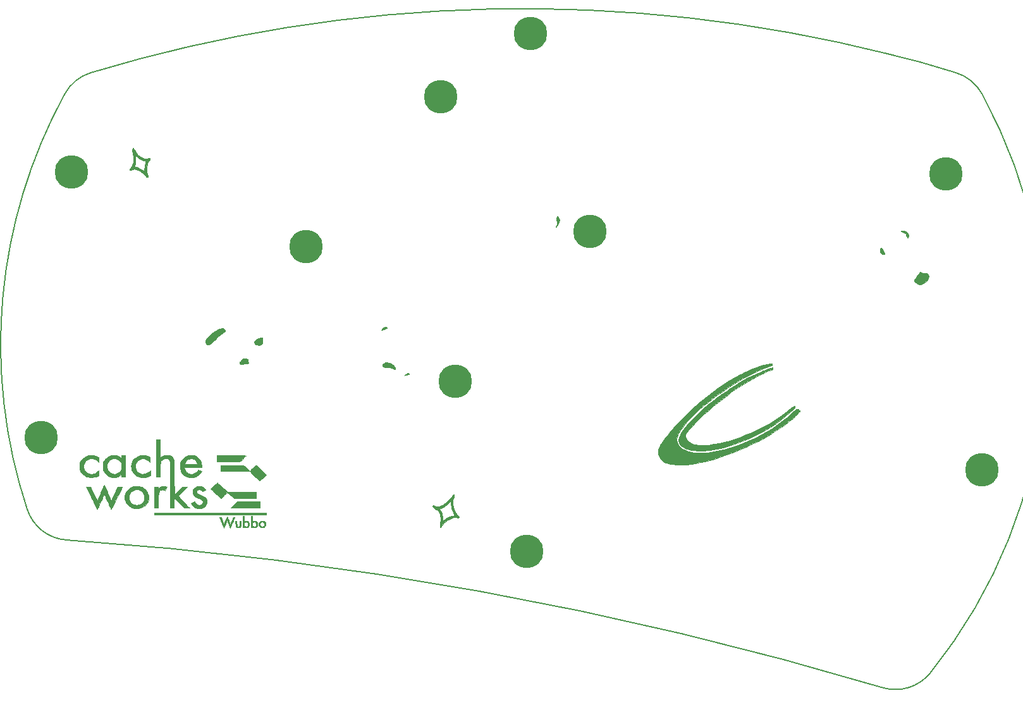
<source format=gbr>
%TF.GenerationSoftware,KiCad,Pcbnew,6.0.4-6f826c9f35~116~ubuntu20.04.1*%
%TF.CreationDate,2022-06-03T00:45:18+02:00*%
%TF.ProjectId,Bottom_Plate,426f7474-6f6d-45f5-906c-6174652e6b69,v0.1*%
%TF.SameCoordinates,Original*%
%TF.FileFunction,Soldermask,Top*%
%TF.FilePolarity,Negative*%
%FSLAX46Y46*%
G04 Gerber Fmt 4.6, Leading zero omitted, Abs format (unit mm)*
G04 Created by KiCad (PCBNEW 6.0.4-6f826c9f35~116~ubuntu20.04.1) date 2022-06-03 00:45:18*
%MOMM*%
%LPD*%
G01*
G04 APERTURE LIST*
%TA.AperFunction,Profile*%
%ADD10C,0.150000*%
%TD*%
%ADD11C,0.010000*%
%ADD12C,0.800000*%
%ADD13C,4.500000*%
G04 APERTURE END LIST*
D10*
X262416859Y-203252464D02*
G75*
G03*
X153161630Y-183482473I-143107459J-479082636D01*
G01*
X272205916Y-120898534D02*
G75*
G03*
X271985972Y-120832154I-59168016J-195650166D01*
G01*
X271985971Y-120832156D02*
G75*
G03*
X263040530Y-118362828I-35767871J-112135844D01*
G01*
X147873349Y-179386338D02*
G75*
G03*
X153161630Y-183482474I5694551J1890138D01*
G01*
X275733963Y-123764126D02*
G75*
G03*
X272205916Y-120898534I-5264963J-2877474D01*
G01*
X156412826Y-120898532D02*
G75*
G03*
X152884756Y-123764114I1736874J-5743068D01*
G01*
X262416840Y-203252522D02*
G75*
G03*
X268805219Y-201269252I1717260J5749022D01*
G01*
X152884756Y-123764112D02*
G75*
G03*
X147873339Y-179386340I61424614J-33571068D01*
G01*
X268805218Y-201269250D02*
G75*
G03*
X275733987Y-123764114I-54495848J43934070D01*
G01*
X263040530Y-118362829D02*
G75*
G03*
X156412828Y-120898534I-48731160J-193972341D01*
G01*
%TO.C,Ref\u002A\u002A*%
G36*
X247681644Y-160402449D02*
G01*
X247700224Y-160440728D01*
X247712460Y-160505435D01*
X247725133Y-160588083D01*
X247517442Y-160671271D01*
X246954489Y-160908479D01*
X246371080Y-161176769D01*
X245772129Y-161473331D01*
X245162553Y-161795359D01*
X244547264Y-162140044D01*
X243931177Y-162504579D01*
X243319207Y-162886155D01*
X242716268Y-163281966D01*
X242127274Y-163689202D01*
X241721750Y-163982629D01*
X241069870Y-164475688D01*
X240414376Y-164995125D01*
X239761822Y-165535199D01*
X239118758Y-166090168D01*
X238491736Y-166654292D01*
X237887308Y-167221829D01*
X237312026Y-167787039D01*
X236911726Y-168197500D01*
X236722602Y-168397113D01*
X236562006Y-168571098D01*
X236427476Y-168722664D01*
X236316546Y-168855020D01*
X236226754Y-168971375D01*
X236155634Y-169074936D01*
X236100723Y-169168914D01*
X236059557Y-169256516D01*
X236029671Y-169340952D01*
X236027213Y-169349326D01*
X236004072Y-169464318D01*
X236004852Y-169576601D01*
X236030836Y-169697975D01*
X236079566Y-169831333D01*
X236181567Y-170023689D01*
X236318299Y-170194346D01*
X236490178Y-170343562D01*
X236697623Y-170471598D01*
X236941052Y-170578710D01*
X237220883Y-170665159D01*
X237531384Y-170730172D01*
X237651443Y-170745309D01*
X237805772Y-170756964D01*
X237986447Y-170765135D01*
X238185549Y-170769819D01*
X238395156Y-170771015D01*
X238607345Y-170768719D01*
X238814197Y-170762929D01*
X239007790Y-170753643D01*
X239180202Y-170740859D01*
X239277000Y-170730691D01*
X239926651Y-170635991D01*
X240597434Y-170507154D01*
X241286583Y-170344989D01*
X241991332Y-170150300D01*
X242708914Y-169923895D01*
X243436563Y-169666580D01*
X244171512Y-169379161D01*
X244738000Y-169139005D01*
X245609841Y-168738305D01*
X246446002Y-168315820D01*
X247247446Y-167870971D01*
X248015135Y-167403175D01*
X248750030Y-166911850D01*
X249453093Y-166396415D01*
X250013906Y-165949251D01*
X250170382Y-165820822D01*
X250298551Y-165718739D01*
X250401674Y-165641142D01*
X250483013Y-165586173D01*
X250545830Y-165551972D01*
X250593387Y-165536681D01*
X250628945Y-165538439D01*
X250655766Y-165555390D01*
X250670807Y-165574848D01*
X250684019Y-165619011D01*
X250671053Y-165673383D01*
X250629631Y-165742493D01*
X250557477Y-165830870D01*
X250523181Y-165868664D01*
X250424405Y-165970291D01*
X250296737Y-166093661D01*
X250144848Y-166234719D01*
X249973410Y-166389409D01*
X249787092Y-166553675D01*
X249590566Y-166723460D01*
X249388503Y-166894709D01*
X249185574Y-167063365D01*
X248986450Y-167225373D01*
X248795801Y-167376675D01*
X248708823Y-167444191D01*
X248182456Y-167831376D01*
X247618872Y-168211925D01*
X247022981Y-168583344D01*
X246399697Y-168943141D01*
X245753931Y-169288824D01*
X245090596Y-169617900D01*
X244414604Y-169927875D01*
X243730866Y-170216258D01*
X243044295Y-170480555D01*
X242359804Y-170718274D01*
X242081584Y-170807266D01*
X241572862Y-170959750D01*
X241090056Y-171091412D01*
X240623515Y-171204391D01*
X240163589Y-171300828D01*
X239700631Y-171382863D01*
X239224989Y-171452635D01*
X239097084Y-171469153D01*
X238969838Y-171481876D01*
X238811322Y-171492567D01*
X238629187Y-171501146D01*
X238431085Y-171507530D01*
X238224666Y-171511638D01*
X238017583Y-171513387D01*
X237817486Y-171512696D01*
X237632027Y-171509484D01*
X237468858Y-171503668D01*
X237335629Y-171495166D01*
X237272567Y-171488657D01*
X236889807Y-171430070D01*
X236542579Y-171355767D01*
X236231453Y-171266041D01*
X235957002Y-171161187D01*
X235719799Y-171041497D01*
X235520415Y-170907267D01*
X235359422Y-170758791D01*
X235237392Y-170596361D01*
X235154898Y-170420271D01*
X235147268Y-170396908D01*
X235109988Y-170219461D01*
X235106241Y-170031976D01*
X235136577Y-169832552D01*
X235201548Y-169619288D01*
X235301706Y-169390285D01*
X235437600Y-169143642D01*
X235571674Y-168933454D01*
X235850960Y-168541570D01*
X236168272Y-168139119D01*
X236521159Y-167727934D01*
X236907170Y-167309848D01*
X237323855Y-166886696D01*
X237768763Y-166460311D01*
X238239444Y-166032527D01*
X238733448Y-165605177D01*
X239248323Y-165180096D01*
X239781620Y-164759118D01*
X240330887Y-164344075D01*
X240893674Y-163936802D01*
X241467531Y-163539133D01*
X242050007Y-163152900D01*
X242638652Y-162779939D01*
X243231014Y-162422083D01*
X243824644Y-162081165D01*
X244417091Y-161759020D01*
X245005904Y-161457480D01*
X245588633Y-161178381D01*
X246162828Y-160923555D01*
X246417577Y-160817373D01*
X246568078Y-160757058D01*
X246727729Y-160695029D01*
X246890468Y-160633461D01*
X247050234Y-160574533D01*
X247200963Y-160520419D01*
X247336594Y-160473296D01*
X247451065Y-160435342D01*
X247538314Y-160408732D01*
X247592120Y-160395668D01*
X247648693Y-160390242D01*
X247681644Y-160402449D01*
G37*
D11*
X247681644Y-160402449D02*
X247700224Y-160440728D01*
X247712460Y-160505435D01*
X247725133Y-160588083D01*
X247517442Y-160671271D01*
X246954489Y-160908479D01*
X246371080Y-161176769D01*
X245772129Y-161473331D01*
X245162553Y-161795359D01*
X244547264Y-162140044D01*
X243931177Y-162504579D01*
X243319207Y-162886155D01*
X242716268Y-163281966D01*
X242127274Y-163689202D01*
X241721750Y-163982629D01*
X241069870Y-164475688D01*
X240414376Y-164995125D01*
X239761822Y-165535199D01*
X239118758Y-166090168D01*
X238491736Y-166654292D01*
X237887308Y-167221829D01*
X237312026Y-167787039D01*
X236911726Y-168197500D01*
X236722602Y-168397113D01*
X236562006Y-168571098D01*
X236427476Y-168722664D01*
X236316546Y-168855020D01*
X236226754Y-168971375D01*
X236155634Y-169074936D01*
X236100723Y-169168914D01*
X236059557Y-169256516D01*
X236029671Y-169340952D01*
X236027213Y-169349326D01*
X236004072Y-169464318D01*
X236004852Y-169576601D01*
X236030836Y-169697975D01*
X236079566Y-169831333D01*
X236181567Y-170023689D01*
X236318299Y-170194346D01*
X236490178Y-170343562D01*
X236697623Y-170471598D01*
X236941052Y-170578710D01*
X237220883Y-170665159D01*
X237531384Y-170730172D01*
X237651443Y-170745309D01*
X237805772Y-170756964D01*
X237986447Y-170765135D01*
X238185549Y-170769819D01*
X238395156Y-170771015D01*
X238607345Y-170768719D01*
X238814197Y-170762929D01*
X239007790Y-170753643D01*
X239180202Y-170740859D01*
X239277000Y-170730691D01*
X239926651Y-170635991D01*
X240597434Y-170507154D01*
X241286583Y-170344989D01*
X241991332Y-170150300D01*
X242708914Y-169923895D01*
X243436563Y-169666580D01*
X244171512Y-169379161D01*
X244738000Y-169139005D01*
X245609841Y-168738305D01*
X246446002Y-168315820D01*
X247247446Y-167870971D01*
X248015135Y-167403175D01*
X248750030Y-166911850D01*
X249453093Y-166396415D01*
X250013906Y-165949251D01*
X250170382Y-165820822D01*
X250298551Y-165718739D01*
X250401674Y-165641142D01*
X250483013Y-165586173D01*
X250545830Y-165551972D01*
X250593387Y-165536681D01*
X250628945Y-165538439D01*
X250655766Y-165555390D01*
X250670807Y-165574848D01*
X250684019Y-165619011D01*
X250671053Y-165673383D01*
X250629631Y-165742493D01*
X250557477Y-165830870D01*
X250523181Y-165868664D01*
X250424405Y-165970291D01*
X250296737Y-166093661D01*
X250144848Y-166234719D01*
X249973410Y-166389409D01*
X249787092Y-166553675D01*
X249590566Y-166723460D01*
X249388503Y-166894709D01*
X249185574Y-167063365D01*
X248986450Y-167225373D01*
X248795801Y-167376675D01*
X248708823Y-167444191D01*
X248182456Y-167831376D01*
X247618872Y-168211925D01*
X247022981Y-168583344D01*
X246399697Y-168943141D01*
X245753931Y-169288824D01*
X245090596Y-169617900D01*
X244414604Y-169927875D01*
X243730866Y-170216258D01*
X243044295Y-170480555D01*
X242359804Y-170718274D01*
X242081584Y-170807266D01*
X241572862Y-170959750D01*
X241090056Y-171091412D01*
X240623515Y-171204391D01*
X240163589Y-171300828D01*
X239700631Y-171382863D01*
X239224989Y-171452635D01*
X239097084Y-171469153D01*
X238969838Y-171481876D01*
X238811322Y-171492567D01*
X238629187Y-171501146D01*
X238431085Y-171507530D01*
X238224666Y-171511638D01*
X238017583Y-171513387D01*
X237817486Y-171512696D01*
X237632027Y-171509484D01*
X237468858Y-171503668D01*
X237335629Y-171495166D01*
X237272567Y-171488657D01*
X236889807Y-171430070D01*
X236542579Y-171355767D01*
X236231453Y-171266041D01*
X235957002Y-171161187D01*
X235719799Y-171041497D01*
X235520415Y-170907267D01*
X235359422Y-170758791D01*
X235237392Y-170596361D01*
X235154898Y-170420271D01*
X235147268Y-170396908D01*
X235109988Y-170219461D01*
X235106241Y-170031976D01*
X235136577Y-169832552D01*
X235201548Y-169619288D01*
X235301706Y-169390285D01*
X235437600Y-169143642D01*
X235571674Y-168933454D01*
X235850960Y-168541570D01*
X236168272Y-168139119D01*
X236521159Y-167727934D01*
X236907170Y-167309848D01*
X237323855Y-166886696D01*
X237768763Y-166460311D01*
X238239444Y-166032527D01*
X238733448Y-165605177D01*
X239248323Y-165180096D01*
X239781620Y-164759118D01*
X240330887Y-164344075D01*
X240893674Y-163936802D01*
X241467531Y-163539133D01*
X242050007Y-163152900D01*
X242638652Y-162779939D01*
X243231014Y-162422083D01*
X243824644Y-162081165D01*
X244417091Y-161759020D01*
X245005904Y-161457480D01*
X245588633Y-161178381D01*
X246162828Y-160923555D01*
X246417577Y-160817373D01*
X246568078Y-160757058D01*
X246727729Y-160695029D01*
X246890468Y-160633461D01*
X247050234Y-160574533D01*
X247200963Y-160520419D01*
X247336594Y-160473296D01*
X247451065Y-160435342D01*
X247538314Y-160408732D01*
X247592120Y-160395668D01*
X247648693Y-160390242D01*
X247681644Y-160402449D01*
G36*
X247606189Y-159827119D02*
G01*
X247633690Y-159850534D01*
X247643156Y-159891392D01*
X247641882Y-159934796D01*
X247627893Y-159998960D01*
X247602070Y-160049881D01*
X247597422Y-160055163D01*
X247566801Y-160073474D01*
X247502585Y-160102896D01*
X247411213Y-160140791D01*
X247299130Y-160184520D01*
X247172775Y-160231446D01*
X247125030Y-160248615D01*
X246550748Y-160462714D01*
X245993081Y-160690316D01*
X245440835Y-160936384D01*
X244882813Y-161205880D01*
X244378475Y-161466153D01*
X243689377Y-161843507D01*
X243000159Y-162244012D01*
X242314310Y-162665057D01*
X241635321Y-163104033D01*
X240966684Y-163558332D01*
X240311888Y-164025344D01*
X239674426Y-164502461D01*
X239057787Y-164987072D01*
X238465463Y-165476570D01*
X237900944Y-165968344D01*
X237367722Y-166459785D01*
X236869286Y-166948285D01*
X236434408Y-167403750D01*
X236188904Y-167677515D01*
X235957153Y-167950692D01*
X235741267Y-168220191D01*
X235543361Y-168482923D01*
X235365547Y-168735802D01*
X235209937Y-168975739D01*
X235078646Y-169199644D01*
X234973786Y-169404431D01*
X234897469Y-169587011D01*
X234861462Y-169702672D01*
X234822374Y-169932505D01*
X234823848Y-170154376D01*
X234864677Y-170367211D01*
X234943656Y-170569939D01*
X235059576Y-170761487D01*
X235211232Y-170940784D01*
X235397416Y-171106757D01*
X235616923Y-171258334D01*
X235868546Y-171394443D01*
X236151077Y-171514012D01*
X236463311Y-171615969D01*
X236804040Y-171699241D01*
X237172059Y-171762757D01*
X237181500Y-171764069D01*
X237336958Y-171781240D01*
X237524063Y-171794981D01*
X237732248Y-171805048D01*
X237950946Y-171811198D01*
X238169592Y-171813188D01*
X238377619Y-171810775D01*
X238564460Y-171803717D01*
X238652584Y-171797907D01*
X239001798Y-171763221D01*
X239382544Y-171712227D01*
X239787899Y-171646319D01*
X240210941Y-171566895D01*
X240644747Y-171475351D01*
X241082395Y-171373081D01*
X241516963Y-171261483D01*
X241941529Y-171141953D01*
X242018084Y-171119184D01*
X242857539Y-170848602D01*
X243687935Y-170543759D01*
X244505913Y-170206401D01*
X245308113Y-169838272D01*
X246091175Y-169441120D01*
X246851740Y-169016690D01*
X247586446Y-168566727D01*
X248291936Y-168092977D01*
X248964849Y-167597187D01*
X249287604Y-167341924D01*
X249532501Y-167138264D01*
X249795431Y-166909932D01*
X250067454Y-166664885D01*
X250339632Y-166411079D01*
X250426010Y-166328631D01*
X250565030Y-166196008D01*
X250678468Y-166091281D01*
X250770823Y-166012559D01*
X250846591Y-165957950D01*
X250910271Y-165925563D01*
X250966362Y-165913506D01*
X251019361Y-165919888D01*
X251073766Y-165942818D01*
X251134076Y-165980404D01*
X251178911Y-166012041D01*
X251267314Y-166080451D01*
X251321783Y-166135747D01*
X251346338Y-166183568D01*
X251344998Y-166229548D01*
X251341569Y-166240136D01*
X251319934Y-166271216D01*
X251271017Y-166326259D01*
X251199159Y-166401082D01*
X251108698Y-166491499D01*
X251003973Y-166593326D01*
X250889323Y-166702378D01*
X250769085Y-166814470D01*
X250647600Y-166925418D01*
X250529205Y-167031037D01*
X250450548Y-167099510D01*
X249877234Y-167572812D01*
X249264640Y-168040753D01*
X248615661Y-168501638D01*
X247933192Y-168953774D01*
X247220126Y-169395467D01*
X246479359Y-169825023D01*
X245713784Y-170240748D01*
X244926297Y-170640948D01*
X244119792Y-171023930D01*
X243297164Y-171387999D01*
X242695417Y-171637910D01*
X241980856Y-171916998D01*
X241275496Y-172173443D01*
X240581247Y-172406832D01*
X239900016Y-172616748D01*
X239233711Y-172802778D01*
X238584242Y-172964506D01*
X237953515Y-173101518D01*
X237343439Y-173213399D01*
X236755922Y-173299734D01*
X236192872Y-173360109D01*
X235656199Y-173394109D01*
X235147809Y-173401318D01*
X234673250Y-173381588D01*
X234424026Y-173358663D01*
X234176614Y-173326722D01*
X233937688Y-173287141D01*
X233713919Y-173241298D01*
X233511979Y-173190570D01*
X233338540Y-173136334D01*
X233200275Y-173079967D01*
X233191815Y-173075843D01*
X233000997Y-172958279D01*
X232830485Y-172804082D01*
X232680033Y-172612970D01*
X232549395Y-172384661D01*
X232504644Y-172287511D01*
X232444362Y-172133735D01*
X232399739Y-171983473D01*
X232371748Y-171834445D01*
X232361361Y-171684370D01*
X232369551Y-171530970D01*
X232397291Y-171371964D01*
X232445553Y-171205073D01*
X232515309Y-171028016D01*
X232607533Y-170838515D01*
X232723196Y-170634289D01*
X232863271Y-170413058D01*
X233028732Y-170172544D01*
X233220549Y-169910465D01*
X233439697Y-169624543D01*
X233687147Y-169312497D01*
X233870217Y-169086500D01*
X234374538Y-168488155D01*
X234915207Y-167884273D01*
X235487500Y-167279580D01*
X236086697Y-166678802D01*
X236708073Y-166086663D01*
X237346907Y-165507891D01*
X237998476Y-164947210D01*
X238049334Y-164904677D01*
X238784374Y-164308394D01*
X239533015Y-163734616D01*
X240290374Y-163186739D01*
X241051568Y-162668162D01*
X241811716Y-162182282D01*
X242565935Y-161732498D01*
X242790667Y-161604911D01*
X242956394Y-161514103D01*
X243150321Y-161411457D01*
X243364699Y-161300803D01*
X243591779Y-161185974D01*
X243823810Y-161070801D01*
X244053044Y-160959117D01*
X244271731Y-160854752D01*
X244472121Y-160761539D01*
X244646466Y-160683309D01*
X244710499Y-160655655D01*
X245318251Y-160411776D01*
X245906834Y-160205455D01*
X246476475Y-160036625D01*
X247027402Y-159905213D01*
X247357706Y-159842834D01*
X247473974Y-159825138D01*
X247554876Y-159819277D01*
X247606189Y-159827119D01*
G37*
X247606189Y-159827119D02*
X247633690Y-159850534D01*
X247643156Y-159891392D01*
X247641882Y-159934796D01*
X247627893Y-159998960D01*
X247602070Y-160049881D01*
X247597422Y-160055163D01*
X247566801Y-160073474D01*
X247502585Y-160102896D01*
X247411213Y-160140791D01*
X247299130Y-160184520D01*
X247172775Y-160231446D01*
X247125030Y-160248615D01*
X246550748Y-160462714D01*
X245993081Y-160690316D01*
X245440835Y-160936384D01*
X244882813Y-161205880D01*
X244378475Y-161466153D01*
X243689377Y-161843507D01*
X243000159Y-162244012D01*
X242314310Y-162665057D01*
X241635321Y-163104033D01*
X240966684Y-163558332D01*
X240311888Y-164025344D01*
X239674426Y-164502461D01*
X239057787Y-164987072D01*
X238465463Y-165476570D01*
X237900944Y-165968344D01*
X237367722Y-166459785D01*
X236869286Y-166948285D01*
X236434408Y-167403750D01*
X236188904Y-167677515D01*
X235957153Y-167950692D01*
X235741267Y-168220191D01*
X235543361Y-168482923D01*
X235365547Y-168735802D01*
X235209937Y-168975739D01*
X235078646Y-169199644D01*
X234973786Y-169404431D01*
X234897469Y-169587011D01*
X234861462Y-169702672D01*
X234822374Y-169932505D01*
X234823848Y-170154376D01*
X234864677Y-170367211D01*
X234943656Y-170569939D01*
X235059576Y-170761487D01*
X235211232Y-170940784D01*
X235397416Y-171106757D01*
X235616923Y-171258334D01*
X235868546Y-171394443D01*
X236151077Y-171514012D01*
X236463311Y-171615969D01*
X236804040Y-171699241D01*
X237172059Y-171762757D01*
X237181500Y-171764069D01*
X237336958Y-171781240D01*
X237524063Y-171794981D01*
X237732248Y-171805048D01*
X237950946Y-171811198D01*
X238169592Y-171813188D01*
X238377619Y-171810775D01*
X238564460Y-171803717D01*
X238652584Y-171797907D01*
X239001798Y-171763221D01*
X239382544Y-171712227D01*
X239787899Y-171646319D01*
X240210941Y-171566895D01*
X240644747Y-171475351D01*
X241082395Y-171373081D01*
X241516963Y-171261483D01*
X241941529Y-171141953D01*
X242018084Y-171119184D01*
X242857539Y-170848602D01*
X243687935Y-170543759D01*
X244505913Y-170206401D01*
X245308113Y-169838272D01*
X246091175Y-169441120D01*
X246851740Y-169016690D01*
X247586446Y-168566727D01*
X248291936Y-168092977D01*
X248964849Y-167597187D01*
X249287604Y-167341924D01*
X249532501Y-167138264D01*
X249795431Y-166909932D01*
X250067454Y-166664885D01*
X250339632Y-166411079D01*
X250426010Y-166328631D01*
X250565030Y-166196008D01*
X250678468Y-166091281D01*
X250770823Y-166012559D01*
X250846591Y-165957950D01*
X250910271Y-165925563D01*
X250966362Y-165913506D01*
X251019361Y-165919888D01*
X251073766Y-165942818D01*
X251134076Y-165980404D01*
X251178911Y-166012041D01*
X251267314Y-166080451D01*
X251321783Y-166135747D01*
X251346338Y-166183568D01*
X251344998Y-166229548D01*
X251341569Y-166240136D01*
X251319934Y-166271216D01*
X251271017Y-166326259D01*
X251199159Y-166401082D01*
X251108698Y-166491499D01*
X251003973Y-166593326D01*
X250889323Y-166702378D01*
X250769085Y-166814470D01*
X250647600Y-166925418D01*
X250529205Y-167031037D01*
X250450548Y-167099510D01*
X249877234Y-167572812D01*
X249264640Y-168040753D01*
X248615661Y-168501638D01*
X247933192Y-168953774D01*
X247220126Y-169395467D01*
X246479359Y-169825023D01*
X245713784Y-170240748D01*
X244926297Y-170640948D01*
X244119792Y-171023930D01*
X243297164Y-171387999D01*
X242695417Y-171637910D01*
X241980856Y-171916998D01*
X241275496Y-172173443D01*
X240581247Y-172406832D01*
X239900016Y-172616748D01*
X239233711Y-172802778D01*
X238584242Y-172964506D01*
X237953515Y-173101518D01*
X237343439Y-173213399D01*
X236755922Y-173299734D01*
X236192872Y-173360109D01*
X235656199Y-173394109D01*
X235147809Y-173401318D01*
X234673250Y-173381588D01*
X234424026Y-173358663D01*
X234176614Y-173326722D01*
X233937688Y-173287141D01*
X233713919Y-173241298D01*
X233511979Y-173190570D01*
X233338540Y-173136334D01*
X233200275Y-173079967D01*
X233191815Y-173075843D01*
X233000997Y-172958279D01*
X232830485Y-172804082D01*
X232680033Y-172612970D01*
X232549395Y-172384661D01*
X232504644Y-172287511D01*
X232444362Y-172133735D01*
X232399739Y-171983473D01*
X232371748Y-171834445D01*
X232361361Y-171684370D01*
X232369551Y-171530970D01*
X232397291Y-171371964D01*
X232445553Y-171205073D01*
X232515309Y-171028016D01*
X232607533Y-170838515D01*
X232723196Y-170634289D01*
X232863271Y-170413058D01*
X233028732Y-170172544D01*
X233220549Y-169910465D01*
X233439697Y-169624543D01*
X233687147Y-169312497D01*
X233870217Y-169086500D01*
X234374538Y-168488155D01*
X234915207Y-167884273D01*
X235487500Y-167279580D01*
X236086697Y-166678802D01*
X236708073Y-166086663D01*
X237346907Y-165507891D01*
X237998476Y-164947210D01*
X238049334Y-164904677D01*
X238784374Y-164308394D01*
X239533015Y-163734616D01*
X240290374Y-163186739D01*
X241051568Y-162668162D01*
X241811716Y-162182282D01*
X242565935Y-161732498D01*
X242790667Y-161604911D01*
X242956394Y-161514103D01*
X243150321Y-161411457D01*
X243364699Y-161300803D01*
X243591779Y-161185974D01*
X243823810Y-161070801D01*
X244053044Y-160959117D01*
X244271731Y-160854752D01*
X244472121Y-160761539D01*
X244646466Y-160683309D01*
X244710499Y-160655655D01*
X245318251Y-160411776D01*
X245906834Y-160205455D01*
X246476475Y-160036625D01*
X247027402Y-159905213D01*
X247357706Y-159842834D01*
X247473974Y-159825138D01*
X247554876Y-159819277D01*
X247606189Y-159827119D01*
G36*
X262259184Y-144359647D02*
G01*
X262264000Y-144380704D01*
X262278438Y-144415656D01*
X262315626Y-144465459D01*
X262350460Y-144502412D01*
X262407481Y-144564453D01*
X262456779Y-144629652D01*
X262475249Y-144660280D01*
X262507310Y-144727337D01*
X262544181Y-144812070D01*
X262581993Y-144904554D01*
X262616877Y-144994870D01*
X262644964Y-145073093D01*
X262662386Y-145129304D01*
X262666167Y-145149912D01*
X262647750Y-145198649D01*
X262598886Y-145231807D01*
X262529160Y-145247586D01*
X262448153Y-145244184D01*
X262365448Y-145219801D01*
X262345544Y-145210171D01*
X262236730Y-145129847D01*
X262148951Y-145019006D01*
X262086907Y-144886184D01*
X262055299Y-144739920D01*
X262052229Y-144677419D01*
X262061668Y-144555273D01*
X262091840Y-144461585D01*
X262142100Y-144390291D01*
X262189009Y-144354256D01*
X262231636Y-144343758D01*
X262259184Y-144359647D01*
G37*
X262259184Y-144359647D02*
X262264000Y-144380704D01*
X262278438Y-144415656D01*
X262315626Y-144465459D01*
X262350460Y-144502412D01*
X262407481Y-144564453D01*
X262456779Y-144629652D01*
X262475249Y-144660280D01*
X262507310Y-144727337D01*
X262544181Y-144812070D01*
X262581993Y-144904554D01*
X262616877Y-144994870D01*
X262644964Y-145073093D01*
X262662386Y-145129304D01*
X262666167Y-145149912D01*
X262647750Y-145198649D01*
X262598886Y-145231807D01*
X262529160Y-145247586D01*
X262448153Y-145244184D01*
X262365448Y-145219801D01*
X262345544Y-145210171D01*
X262236730Y-145129847D01*
X262148951Y-145019006D01*
X262086907Y-144886184D01*
X262055299Y-144739920D01*
X262052229Y-144677419D01*
X262061668Y-144555273D01*
X262091840Y-144461585D01*
X262142100Y-144390291D01*
X262189009Y-144354256D01*
X262231636Y-144343758D01*
X262259184Y-144359647D01*
G36*
X267470181Y-147620975D02*
G01*
X267562951Y-147642415D01*
X267661543Y-147683638D01*
X267665000Y-147685438D01*
X267733903Y-147720024D01*
X267789213Y-147741140D01*
X267843950Y-147750691D01*
X267911135Y-147750580D01*
X268003789Y-147742712D01*
X268034771Y-147739514D01*
X268162751Y-147731724D01*
X268261359Y-147740528D01*
X268341097Y-147768293D01*
X268412463Y-147817386D01*
X268423526Y-147827125D01*
X268504477Y-147921373D01*
X268552184Y-148030938D01*
X268569035Y-148162663D01*
X268566745Y-148237452D01*
X268545110Y-148376110D01*
X268498443Y-148505901D01*
X268422878Y-148633966D01*
X268314548Y-148767443D01*
X268234552Y-148850778D01*
X268045861Y-149017253D01*
X267856539Y-149142558D01*
X267667236Y-149226367D01*
X267478601Y-149268358D01*
X267386334Y-149273570D01*
X267295396Y-149269335D01*
X267223129Y-149252495D01*
X267146417Y-149217230D01*
X267132492Y-149209658D01*
X267060296Y-149166526D01*
X266995668Y-149122281D01*
X266963159Y-149095895D01*
X266916924Y-149058159D01*
X266850166Y-149010087D01*
X266788978Y-148969588D01*
X266707927Y-148913766D01*
X266658296Y-148864610D01*
X266632908Y-148811399D01*
X266624588Y-148743407D01*
X266624334Y-148723576D01*
X266628721Y-148664065D01*
X266645358Y-148634166D01*
X266666925Y-148624398D01*
X266697911Y-148600489D01*
X266743072Y-148544357D01*
X266797976Y-148461801D01*
X266823860Y-148418974D01*
X266885125Y-148317919D01*
X266946099Y-148224843D01*
X267013656Y-148130166D01*
X267094667Y-148024308D01*
X267196006Y-147897691D01*
X267211652Y-147878443D01*
X267264177Y-147807675D01*
X267288644Y-147756817D01*
X267289667Y-147720641D01*
X267292976Y-147669152D01*
X267328576Y-147634964D01*
X267389851Y-147618698D01*
X267470181Y-147620975D01*
G37*
X267470181Y-147620975D02*
X267562951Y-147642415D01*
X267661543Y-147683638D01*
X267665000Y-147685438D01*
X267733903Y-147720024D01*
X267789213Y-147741140D01*
X267843950Y-147750691D01*
X267911135Y-147750580D01*
X268003789Y-147742712D01*
X268034771Y-147739514D01*
X268162751Y-147731724D01*
X268261359Y-147740528D01*
X268341097Y-147768293D01*
X268412463Y-147817386D01*
X268423526Y-147827125D01*
X268504477Y-147921373D01*
X268552184Y-148030938D01*
X268569035Y-148162663D01*
X268566745Y-148237452D01*
X268545110Y-148376110D01*
X268498443Y-148505901D01*
X268422878Y-148633966D01*
X268314548Y-148767443D01*
X268234552Y-148850778D01*
X268045861Y-149017253D01*
X267856539Y-149142558D01*
X267667236Y-149226367D01*
X267478601Y-149268358D01*
X267386334Y-149273570D01*
X267295396Y-149269335D01*
X267223129Y-149252495D01*
X267146417Y-149217230D01*
X267132492Y-149209658D01*
X267060296Y-149166526D01*
X266995668Y-149122281D01*
X266963159Y-149095895D01*
X266916924Y-149058159D01*
X266850166Y-149010087D01*
X266788978Y-148969588D01*
X266707927Y-148913766D01*
X266658296Y-148864610D01*
X266632908Y-148811399D01*
X266624588Y-148743407D01*
X266624334Y-148723576D01*
X266628721Y-148664065D01*
X266645358Y-148634166D01*
X266666925Y-148624398D01*
X266697911Y-148600489D01*
X266743072Y-148544357D01*
X266797976Y-148461801D01*
X266823860Y-148418974D01*
X266885125Y-148317919D01*
X266946099Y-148224843D01*
X267013656Y-148130166D01*
X267094667Y-148024308D01*
X267196006Y-147897691D01*
X267211652Y-147878443D01*
X267264177Y-147807675D01*
X267288644Y-147756817D01*
X267289667Y-147720641D01*
X267292976Y-147669152D01*
X267328576Y-147634964D01*
X267389851Y-147618698D01*
X267470181Y-147620975D01*
G36*
X198880359Y-161099912D02*
G01*
X198938328Y-161135784D01*
X198985137Y-161182065D01*
X199007100Y-161227704D01*
X199007417Y-161232869D01*
X199003721Y-161258669D01*
X198987114Y-161277364D01*
X198949317Y-161293232D01*
X198882054Y-161310551D01*
X198838084Y-161320369D01*
X198743626Y-161342721D01*
X198652104Y-161367169D01*
X198581798Y-161388800D01*
X198576131Y-161390801D01*
X198494214Y-161417308D01*
X198448391Y-161424323D01*
X198437095Y-161411687D01*
X198458757Y-161379239D01*
X198459095Y-161378859D01*
X198511903Y-161324897D01*
X198578850Y-161263981D01*
X198651458Y-161202911D01*
X198721247Y-161148484D01*
X198779741Y-161107500D01*
X198818459Y-161086758D01*
X198824913Y-161085500D01*
X198880359Y-161099912D01*
G37*
X198880359Y-161099912D02*
X198938328Y-161135784D01*
X198985137Y-161182065D01*
X199007100Y-161227704D01*
X199007417Y-161232869D01*
X199003721Y-161258669D01*
X198987114Y-161277364D01*
X198949317Y-161293232D01*
X198882054Y-161310551D01*
X198838084Y-161320369D01*
X198743626Y-161342721D01*
X198652104Y-161367169D01*
X198581798Y-161388800D01*
X198576131Y-161390801D01*
X198494214Y-161417308D01*
X198448391Y-161424323D01*
X198437095Y-161411687D01*
X198458757Y-161379239D01*
X198459095Y-161378859D01*
X198511903Y-161324897D01*
X198578850Y-161263981D01*
X198651458Y-161202911D01*
X198721247Y-161148484D01*
X198779741Y-161107500D01*
X198818459Y-161086758D01*
X198824913Y-161085500D01*
X198880359Y-161099912D01*
G36*
X174094772Y-155151701D02*
G01*
X174200361Y-155176403D01*
X174231762Y-155191760D01*
X174311291Y-155255660D01*
X174369997Y-155336565D01*
X174399356Y-155421668D01*
X174401167Y-155446296D01*
X174396576Y-155481572D01*
X174379925Y-155516819D01*
X174346897Y-155556019D01*
X174293175Y-155603156D01*
X174214441Y-155662214D01*
X174106378Y-155737174D01*
X174030750Y-155788046D01*
X173853915Y-155910010D01*
X173691620Y-156030894D01*
X173535375Y-156157838D01*
X173376692Y-156297984D01*
X173207082Y-156458470D01*
X173057084Y-156607046D01*
X172899723Y-156763486D01*
X172766031Y-156891874D01*
X172651622Y-156995863D01*
X172552112Y-157079107D01*
X172463115Y-157145259D01*
X172380248Y-157197970D01*
X172299126Y-157240896D01*
X172292484Y-157244062D01*
X172204684Y-157277316D01*
X172108411Y-157300865D01*
X172017451Y-157312457D01*
X171945590Y-157309845D01*
X171924667Y-157304072D01*
X171844278Y-157249806D01*
X171784478Y-157166048D01*
X171747911Y-157061649D01*
X171737221Y-156945461D01*
X171755053Y-156826333D01*
X171769207Y-156783803D01*
X171837990Y-156644851D01*
X171939926Y-156491966D01*
X172070115Y-156329759D01*
X172223657Y-156162842D01*
X172395649Y-155995827D01*
X172581192Y-155833325D01*
X172775385Y-155679949D01*
X172973325Y-155540310D01*
X173170113Y-155419019D01*
X173285440Y-155357049D01*
X173465543Y-155275500D01*
X173642313Y-155213180D01*
X173809963Y-155171100D01*
X173962711Y-155150271D01*
X174094772Y-155151701D01*
G37*
X174094772Y-155151701D02*
X174200361Y-155176403D01*
X174231762Y-155191760D01*
X174311291Y-155255660D01*
X174369997Y-155336565D01*
X174399356Y-155421668D01*
X174401167Y-155446296D01*
X174396576Y-155481572D01*
X174379925Y-155516819D01*
X174346897Y-155556019D01*
X174293175Y-155603156D01*
X174214441Y-155662214D01*
X174106378Y-155737174D01*
X174030750Y-155788046D01*
X173853915Y-155910010D01*
X173691620Y-156030894D01*
X173535375Y-156157838D01*
X173376692Y-156297984D01*
X173207082Y-156458470D01*
X173057084Y-156607046D01*
X172899723Y-156763486D01*
X172766031Y-156891874D01*
X172651622Y-156995863D01*
X172552112Y-157079107D01*
X172463115Y-157145259D01*
X172380248Y-157197970D01*
X172299126Y-157240896D01*
X172292484Y-157244062D01*
X172204684Y-157277316D01*
X172108411Y-157300865D01*
X172017451Y-157312457D01*
X171945590Y-157309845D01*
X171924667Y-157304072D01*
X171844278Y-157249806D01*
X171784478Y-157166048D01*
X171747911Y-157061649D01*
X171737221Y-156945461D01*
X171755053Y-156826333D01*
X171769207Y-156783803D01*
X171837990Y-156644851D01*
X171939926Y-156491966D01*
X172070115Y-156329759D01*
X172223657Y-156162842D01*
X172395649Y-155995827D01*
X172581192Y-155833325D01*
X172775385Y-155679949D01*
X172973325Y-155540310D01*
X173170113Y-155419019D01*
X173285440Y-155357049D01*
X173465543Y-155275500D01*
X173642313Y-155213180D01*
X173809963Y-155171100D01*
X173962711Y-155150271D01*
X174094772Y-155151701D01*
G36*
X179282349Y-156373635D02*
G01*
X179309314Y-156396926D01*
X179325617Y-156420148D01*
X179342204Y-156451651D01*
X179353447Y-156491917D01*
X179360310Y-156549213D01*
X179363756Y-156631804D01*
X179364748Y-156747955D01*
X179364750Y-156755971D01*
X179363995Y-156873084D01*
X179360929Y-156957176D01*
X179354352Y-157017544D01*
X179343063Y-157063486D01*
X179325861Y-157104298D01*
X179317739Y-157119994D01*
X179234352Y-157234473D01*
X179126018Y-157316717D01*
X178996645Y-157365472D01*
X178850140Y-157379482D01*
X178690407Y-157357491D01*
X178631037Y-157340717D01*
X178486346Y-157282615D01*
X178370426Y-157207782D01*
X178306417Y-157148592D01*
X178264628Y-157095917D01*
X178246288Y-157040967D01*
X178242917Y-156981420D01*
X178259510Y-156882529D01*
X178311103Y-156791314D01*
X178400416Y-156703969D01*
X178482677Y-156645738D01*
X178573202Y-156594101D01*
X178685207Y-156539564D01*
X178808176Y-156486303D01*
X178931593Y-156438495D01*
X179044943Y-156400316D01*
X179137710Y-156375942D01*
X179177450Y-156369818D01*
X179243384Y-156366294D01*
X179282349Y-156373635D01*
G37*
X179282349Y-156373635D02*
X179309314Y-156396926D01*
X179325617Y-156420148D01*
X179342204Y-156451651D01*
X179353447Y-156491917D01*
X179360310Y-156549213D01*
X179363756Y-156631804D01*
X179364748Y-156747955D01*
X179364750Y-156755971D01*
X179363995Y-156873084D01*
X179360929Y-156957176D01*
X179354352Y-157017544D01*
X179343063Y-157063486D01*
X179325861Y-157104298D01*
X179317739Y-157119994D01*
X179234352Y-157234473D01*
X179126018Y-157316717D01*
X178996645Y-157365472D01*
X178850140Y-157379482D01*
X178690407Y-157357491D01*
X178631037Y-157340717D01*
X178486346Y-157282615D01*
X178370426Y-157207782D01*
X178306417Y-157148592D01*
X178264628Y-157095917D01*
X178246288Y-157040967D01*
X178242917Y-156981420D01*
X178259510Y-156882529D01*
X178311103Y-156791314D01*
X178400416Y-156703969D01*
X178482677Y-156645738D01*
X178573202Y-156594101D01*
X178685207Y-156539564D01*
X178808176Y-156486303D01*
X178931593Y-156438495D01*
X179044943Y-156400316D01*
X179137710Y-156375942D01*
X179177450Y-156369818D01*
X179243384Y-156366294D01*
X179282349Y-156373635D01*
G36*
X195917038Y-154977291D02*
G01*
X195977252Y-155005526D01*
X196009108Y-155053239D01*
X196012334Y-155078533D01*
X196003035Y-155112251D01*
X195970525Y-155140261D01*
X195907879Y-155167004D01*
X195843000Y-155187174D01*
X195771987Y-155211584D01*
X195678633Y-155249147D01*
X195578197Y-155293560D01*
X195529346Y-155316729D01*
X195423129Y-155367073D01*
X195349486Y-155397857D01*
X195303919Y-155409966D01*
X195281934Y-155404285D01*
X195279033Y-155381698D01*
X195283071Y-155365208D01*
X195340418Y-155248437D01*
X195437567Y-155143800D01*
X195573467Y-155052318D01*
X195636839Y-155020384D01*
X195739773Y-154983627D01*
X195835526Y-154969627D01*
X195917038Y-154977291D01*
G37*
X195917038Y-154977291D02*
X195977252Y-155005526D01*
X196009108Y-155053239D01*
X196012334Y-155078533D01*
X196003035Y-155112251D01*
X195970525Y-155140261D01*
X195907879Y-155167004D01*
X195843000Y-155187174D01*
X195771987Y-155211584D01*
X195678633Y-155249147D01*
X195578197Y-155293560D01*
X195529346Y-155316729D01*
X195423129Y-155367073D01*
X195349486Y-155397857D01*
X195303919Y-155409966D01*
X195281934Y-155404285D01*
X195279033Y-155381698D01*
X195283071Y-155365208D01*
X195340418Y-155248437D01*
X195437567Y-155143800D01*
X195573467Y-155052318D01*
X195636839Y-155020384D01*
X195739773Y-154983627D01*
X195835526Y-154969627D01*
X195917038Y-154977291D01*
G36*
X177145215Y-159148493D02*
G01*
X177251927Y-159181142D01*
X177338633Y-159235676D01*
X177383829Y-159288399D01*
X177398938Y-159328539D01*
X177415402Y-159396337D01*
X177431716Y-159481577D01*
X177446375Y-159574046D01*
X177457873Y-159663527D01*
X177464706Y-159739807D01*
X177465369Y-159792671D01*
X177460811Y-159810911D01*
X177436008Y-159817315D01*
X177378434Y-159825237D01*
X177297566Y-159833517D01*
X177232134Y-159838908D01*
X177107893Y-159851402D01*
X176968725Y-159870340D01*
X176839524Y-159892218D01*
X176806545Y-159898806D01*
X176679042Y-159924084D01*
X176584607Y-159938161D01*
X176515344Y-159940514D01*
X176463357Y-159930623D01*
X176420750Y-159907966D01*
X176379628Y-159872023D01*
X176378134Y-159870533D01*
X176331653Y-159817256D01*
X176311296Y-159768992D01*
X176316272Y-159713668D01*
X176345788Y-159639213D01*
X176360920Y-159608103D01*
X176438836Y-159489622D01*
X176546649Y-159378173D01*
X176674372Y-159280707D01*
X176812020Y-159204172D01*
X176949606Y-159155521D01*
X177029946Y-159142451D01*
X177145215Y-159148493D01*
G37*
X177145215Y-159148493D02*
X177251927Y-159181142D01*
X177338633Y-159235676D01*
X177383829Y-159288399D01*
X177398938Y-159328539D01*
X177415402Y-159396337D01*
X177431716Y-159481577D01*
X177446375Y-159574046D01*
X177457873Y-159663527D01*
X177464706Y-159739807D01*
X177465369Y-159792671D01*
X177460811Y-159810911D01*
X177436008Y-159817315D01*
X177378434Y-159825237D01*
X177297566Y-159833517D01*
X177232134Y-159838908D01*
X177107893Y-159851402D01*
X176968725Y-159870340D01*
X176839524Y-159892218D01*
X176806545Y-159898806D01*
X176679042Y-159924084D01*
X176584607Y-159938161D01*
X176515344Y-159940514D01*
X176463357Y-159930623D01*
X176420750Y-159907966D01*
X176379628Y-159872023D01*
X176378134Y-159870533D01*
X176331653Y-159817256D01*
X176311296Y-159768992D01*
X176316272Y-159713668D01*
X176345788Y-159639213D01*
X176360920Y-159608103D01*
X176438836Y-159489622D01*
X176546649Y-159378173D01*
X176674372Y-159280707D01*
X176812020Y-159204172D01*
X176949606Y-159155521D01*
X177029946Y-159142451D01*
X177145215Y-159148493D01*
G36*
X162015086Y-133117420D02*
G01*
X162023738Y-133088332D01*
X162040061Y-133028332D01*
X162052186Y-132971698D01*
X162060701Y-132910751D01*
X162066193Y-132837814D01*
X162069252Y-132745209D01*
X162070465Y-132625259D01*
X162070443Y-132478750D01*
X162069529Y-132321811D01*
X162067177Y-132197627D01*
X162062612Y-132096623D01*
X162055058Y-132009226D01*
X162043740Y-131925861D01*
X162027883Y-131836954D01*
X162012173Y-131759083D01*
X161972095Y-131545475D01*
X161947519Y-131366069D01*
X161938434Y-131221841D01*
X161944829Y-131113766D01*
X161966693Y-131042820D01*
X162004016Y-131009979D01*
X162020378Y-131007666D01*
X162068339Y-131026523D01*
X162124386Y-131078700D01*
X162182492Y-131157604D01*
X162223573Y-131229916D01*
X162342309Y-131436306D01*
X162480399Y-131629740D01*
X162634126Y-131807885D01*
X162799771Y-131968407D01*
X162973615Y-132108971D01*
X163151942Y-132227244D01*
X163331033Y-132320890D01*
X163507170Y-132387576D01*
X163676635Y-132424968D01*
X163835709Y-132430730D01*
X163980676Y-132402530D01*
X164047115Y-132374758D01*
X164148179Y-132335148D01*
X164225347Y-132328091D01*
X164276994Y-132350137D01*
X164301497Y-132397838D01*
X164297231Y-132467746D01*
X164262572Y-132556410D01*
X164195896Y-132660384D01*
X164187063Y-132671931D01*
X164073965Y-132843377D01*
X163984539Y-133037607D01*
X163917200Y-133259173D01*
X163870363Y-133512629D01*
X163857650Y-133617879D01*
X163847034Y-133856266D01*
X163862974Y-134098380D01*
X163904051Y-134327674D01*
X163925027Y-134404916D01*
X163964649Y-134537128D01*
X163993325Y-134635145D01*
X164012219Y-134705335D01*
X164022498Y-134754066D01*
X164025326Y-134787708D01*
X164021869Y-134812629D01*
X164013293Y-134835197D01*
X164006426Y-134849730D01*
X163962199Y-134902515D01*
X163903287Y-134918842D01*
X163839641Y-134896680D01*
X163826101Y-134886529D01*
X163791543Y-134850906D01*
X163743352Y-134792737D01*
X163691786Y-134724424D01*
X163690343Y-134722416D01*
X163531876Y-134528499D01*
X163346374Y-134347371D01*
X163141222Y-134184107D01*
X162923802Y-134043782D01*
X162701498Y-133931468D01*
X162481694Y-133852240D01*
X162391843Y-133830040D01*
X162257136Y-133810379D01*
X162134910Y-133814142D01*
X162009623Y-133843105D01*
X161893558Y-133886965D01*
X161805874Y-133919216D01*
X161721557Y-133941744D01*
X161659994Y-133949833D01*
X161605023Y-133947095D01*
X161580398Y-133933868D01*
X161574234Y-133902633D01*
X161574167Y-133895525D01*
X161579940Y-133845784D01*
X161600546Y-133795239D01*
X161640912Y-133735694D01*
X161705967Y-133658952D01*
X161736771Y-133625112D01*
X161851236Y-133479336D01*
X161855123Y-133472247D01*
X162235613Y-133472247D01*
X162260251Y-133483655D01*
X162276334Y-133484166D01*
X162379311Y-133497111D01*
X162507535Y-133533495D01*
X162653739Y-133589646D01*
X162810660Y-133661891D01*
X162971033Y-133746556D01*
X163127592Y-133839969D01*
X163273072Y-133938455D01*
X163400208Y-134038342D01*
X163436834Y-134070925D01*
X163553250Y-134178288D01*
X163566226Y-133847102D01*
X163579200Y-133635064D01*
X163600192Y-133443697D01*
X163625061Y-133297851D01*
X163652123Y-133182318D01*
X163685345Y-133059482D01*
X163719115Y-132949564D01*
X163732176Y-132911940D01*
X163793432Y-132744094D01*
X163715674Y-132723636D01*
X163654472Y-132707913D01*
X163570975Y-132686937D01*
X163489750Y-132666845D01*
X163221483Y-132582330D01*
X162976693Y-132464884D01*
X162748374Y-132310952D01*
X162681302Y-132256500D01*
X162584199Y-132174620D01*
X162514347Y-132116562D01*
X162466634Y-132078861D01*
X162435943Y-132058052D01*
X162417163Y-132050669D01*
X162405178Y-132053249D01*
X162394875Y-132062325D01*
X162394816Y-132062384D01*
X162385141Y-132093379D01*
X162376129Y-132165790D01*
X162367850Y-132278704D01*
X162360373Y-132431209D01*
X162355081Y-132579050D01*
X162348803Y-132755938D01*
X162341542Y-132898957D01*
X162332165Y-133016573D01*
X162319538Y-133117251D01*
X162302527Y-133209455D01*
X162279999Y-133301650D01*
X162250820Y-133402301D01*
X162240248Y-133436541D01*
X162235613Y-133472247D01*
X161855123Y-133472247D01*
X161942330Y-133313243D01*
X162015086Y-133117420D01*
G37*
X162015086Y-133117420D02*
X162023738Y-133088332D01*
X162040061Y-133028332D01*
X162052186Y-132971698D01*
X162060701Y-132910751D01*
X162066193Y-132837814D01*
X162069252Y-132745209D01*
X162070465Y-132625259D01*
X162070443Y-132478750D01*
X162069529Y-132321811D01*
X162067177Y-132197627D01*
X162062612Y-132096623D01*
X162055058Y-132009226D01*
X162043740Y-131925861D01*
X162027883Y-131836954D01*
X162012173Y-131759083D01*
X161972095Y-131545475D01*
X161947519Y-131366069D01*
X161938434Y-131221841D01*
X161944829Y-131113766D01*
X161966693Y-131042820D01*
X162004016Y-131009979D01*
X162020378Y-131007666D01*
X162068339Y-131026523D01*
X162124386Y-131078700D01*
X162182492Y-131157604D01*
X162223573Y-131229916D01*
X162342309Y-131436306D01*
X162480399Y-131629740D01*
X162634126Y-131807885D01*
X162799771Y-131968407D01*
X162973615Y-132108971D01*
X163151942Y-132227244D01*
X163331033Y-132320890D01*
X163507170Y-132387576D01*
X163676635Y-132424968D01*
X163835709Y-132430730D01*
X163980676Y-132402530D01*
X164047115Y-132374758D01*
X164148179Y-132335148D01*
X164225347Y-132328091D01*
X164276994Y-132350137D01*
X164301497Y-132397838D01*
X164297231Y-132467746D01*
X164262572Y-132556410D01*
X164195896Y-132660384D01*
X164187063Y-132671931D01*
X164073965Y-132843377D01*
X163984539Y-133037607D01*
X163917200Y-133259173D01*
X163870363Y-133512629D01*
X163857650Y-133617879D01*
X163847034Y-133856266D01*
X163862974Y-134098380D01*
X163904051Y-134327674D01*
X163925027Y-134404916D01*
X163964649Y-134537128D01*
X163993325Y-134635145D01*
X164012219Y-134705335D01*
X164022498Y-134754066D01*
X164025326Y-134787708D01*
X164021869Y-134812629D01*
X164013293Y-134835197D01*
X164006426Y-134849730D01*
X163962199Y-134902515D01*
X163903287Y-134918842D01*
X163839641Y-134896680D01*
X163826101Y-134886529D01*
X163791543Y-134850906D01*
X163743352Y-134792737D01*
X163691786Y-134724424D01*
X163690343Y-134722416D01*
X163531876Y-134528499D01*
X163346374Y-134347371D01*
X163141222Y-134184107D01*
X162923802Y-134043782D01*
X162701498Y-133931468D01*
X162481694Y-133852240D01*
X162391843Y-133830040D01*
X162257136Y-133810379D01*
X162134910Y-133814142D01*
X162009623Y-133843105D01*
X161893558Y-133886965D01*
X161805874Y-133919216D01*
X161721557Y-133941744D01*
X161659994Y-133949833D01*
X161605023Y-133947095D01*
X161580398Y-133933868D01*
X161574234Y-133902633D01*
X161574167Y-133895525D01*
X161579940Y-133845784D01*
X161600546Y-133795239D01*
X161640912Y-133735694D01*
X161705967Y-133658952D01*
X161736771Y-133625112D01*
X161851236Y-133479336D01*
X161855123Y-133472247D01*
X162235613Y-133472247D01*
X162260251Y-133483655D01*
X162276334Y-133484166D01*
X162379311Y-133497111D01*
X162507535Y-133533495D01*
X162653739Y-133589646D01*
X162810660Y-133661891D01*
X162971033Y-133746556D01*
X163127592Y-133839969D01*
X163273072Y-133938455D01*
X163400208Y-134038342D01*
X163436834Y-134070925D01*
X163553250Y-134178288D01*
X163566226Y-133847102D01*
X163579200Y-133635064D01*
X163600192Y-133443697D01*
X163625061Y-133297851D01*
X163652123Y-133182318D01*
X163685345Y-133059482D01*
X163719115Y-132949564D01*
X163732176Y-132911940D01*
X163793432Y-132744094D01*
X163715674Y-132723636D01*
X163654472Y-132707913D01*
X163570975Y-132686937D01*
X163489750Y-132666845D01*
X163221483Y-132582330D01*
X162976693Y-132464884D01*
X162748374Y-132310952D01*
X162681302Y-132256500D01*
X162584199Y-132174620D01*
X162514347Y-132116562D01*
X162466634Y-132078861D01*
X162435943Y-132058052D01*
X162417163Y-132050669D01*
X162405178Y-132053249D01*
X162394875Y-132062325D01*
X162394816Y-132062384D01*
X162385141Y-132093379D01*
X162376129Y-132165790D01*
X162367850Y-132278704D01*
X162360373Y-132431209D01*
X162355081Y-132579050D01*
X162348803Y-132755938D01*
X162341542Y-132898957D01*
X162332165Y-133016573D01*
X162319538Y-133117251D01*
X162302527Y-133209455D01*
X162279999Y-133301650D01*
X162250820Y-133402301D01*
X162240248Y-133436541D01*
X162235613Y-133472247D01*
X161855123Y-133472247D01*
X161942330Y-133313243D01*
X162015086Y-133117420D01*
G36*
X265344431Y-142071654D02*
G01*
X265493649Y-142128566D01*
X265623846Y-142216296D01*
X265730236Y-142330068D01*
X265808034Y-142465104D01*
X265852458Y-142616626D01*
X265861139Y-142729502D01*
X265853822Y-142831184D01*
X265835738Y-142916566D01*
X265809514Y-142977070D01*
X265777777Y-143004117D01*
X265776974Y-143004283D01*
X265742473Y-142994020D01*
X265698594Y-142960758D01*
X265689602Y-142951624D01*
X265621959Y-142864051D01*
X265588890Y-142779121D01*
X265583772Y-142707028D01*
X265569884Y-142610971D01*
X265526366Y-142511910D01*
X265460880Y-142426871D01*
X265455238Y-142421478D01*
X265415663Y-142394894D01*
X265346357Y-142358348D01*
X265257224Y-142316739D01*
X265162136Y-142276552D01*
X265045147Y-142228740D01*
X264962597Y-142192531D01*
X264909139Y-142165070D01*
X264879426Y-142143501D01*
X264868109Y-142124969D01*
X264867500Y-142119216D01*
X264887077Y-142097825D01*
X264939454Y-142078183D01*
X265015098Y-142062385D01*
X265104476Y-142052527D01*
X265180975Y-142050339D01*
X265344431Y-142071654D01*
G37*
X265344431Y-142071654D02*
X265493649Y-142128566D01*
X265623846Y-142216296D01*
X265730236Y-142330068D01*
X265808034Y-142465104D01*
X265852458Y-142616626D01*
X265861139Y-142729502D01*
X265853822Y-142831184D01*
X265835738Y-142916566D01*
X265809514Y-142977070D01*
X265777777Y-143004117D01*
X265776974Y-143004283D01*
X265742473Y-142994020D01*
X265698594Y-142960758D01*
X265689602Y-142951624D01*
X265621959Y-142864051D01*
X265588890Y-142779121D01*
X265583772Y-142707028D01*
X265569884Y-142610971D01*
X265526366Y-142511910D01*
X265460880Y-142426871D01*
X265455238Y-142421478D01*
X265415663Y-142394894D01*
X265346357Y-142358348D01*
X265257224Y-142316739D01*
X265162136Y-142276552D01*
X265045147Y-142228740D01*
X264962597Y-142192531D01*
X264909139Y-142165070D01*
X264879426Y-142143501D01*
X264868109Y-142124969D01*
X264867500Y-142119216D01*
X264887077Y-142097825D01*
X264939454Y-142078183D01*
X265015098Y-142062385D01*
X265104476Y-142052527D01*
X265180975Y-142050339D01*
X265344431Y-142071654D01*
G36*
X218892585Y-140169220D02*
G01*
X218944890Y-140215479D01*
X218999756Y-140280842D01*
X219049453Y-140355707D01*
X219086252Y-140430473D01*
X219094682Y-140454933D01*
X219120981Y-140575511D01*
X219125149Y-140693401D01*
X219105506Y-140814661D01*
X219060373Y-140945345D01*
X218988071Y-141091510D01*
X218886921Y-141259212D01*
X218860393Y-141299958D01*
X218787417Y-141410006D01*
X218734188Y-141487938D01*
X218697804Y-141537399D01*
X218675359Y-141562034D01*
X218663950Y-141565490D01*
X218660670Y-141551411D01*
X218660667Y-141550639D01*
X218668812Y-141523116D01*
X218690284Y-141468425D01*
X218720634Y-141397821D01*
X218724268Y-141389690D01*
X218759261Y-141307151D01*
X218783233Y-141234992D01*
X218797055Y-141163635D01*
X218801598Y-141083502D01*
X218797734Y-140985016D01*
X218786334Y-140858598D01*
X218778888Y-140789231D01*
X218766502Y-140668395D01*
X218756179Y-140551510D01*
X218748853Y-140450386D01*
X218745460Y-140376832D01*
X218745334Y-140365316D01*
X218754953Y-140265361D01*
X218782241Y-140194142D01*
X218824837Y-140156448D01*
X218850568Y-140151666D01*
X218892585Y-140169220D01*
G37*
X218892585Y-140169220D02*
X218944890Y-140215479D01*
X218999756Y-140280842D01*
X219049453Y-140355707D01*
X219086252Y-140430473D01*
X219094682Y-140454933D01*
X219120981Y-140575511D01*
X219125149Y-140693401D01*
X219105506Y-140814661D01*
X219060373Y-140945345D01*
X218988071Y-141091510D01*
X218886921Y-141259212D01*
X218860393Y-141299958D01*
X218787417Y-141410006D01*
X218734188Y-141487938D01*
X218697804Y-141537399D01*
X218675359Y-141562034D01*
X218663950Y-141565490D01*
X218660670Y-141551411D01*
X218660667Y-141550639D01*
X218668812Y-141523116D01*
X218690284Y-141468425D01*
X218720634Y-141397821D01*
X218724268Y-141389690D01*
X218759261Y-141307151D01*
X218783233Y-141234992D01*
X218797055Y-141163635D01*
X218801598Y-141083502D01*
X218797734Y-140985016D01*
X218786334Y-140858598D01*
X218778888Y-140789231D01*
X218766502Y-140668395D01*
X218756179Y-140551510D01*
X218748853Y-140450386D01*
X218745460Y-140376832D01*
X218745334Y-140365316D01*
X218754953Y-140265361D01*
X218782241Y-140194142D01*
X218824837Y-140156448D01*
X218850568Y-140151666D01*
X218892585Y-140169220D01*
G36*
X196140739Y-159722158D02*
G01*
X196232034Y-159729129D01*
X196309492Y-159743032D01*
X196387301Y-159765734D01*
X196400231Y-159770135D01*
X196538232Y-159830249D01*
X196682715Y-159914353D01*
X196818791Y-160012536D01*
X196931571Y-160114886D01*
X196952425Y-160137718D01*
X197009273Y-160210757D01*
X197064784Y-160295812D01*
X197113732Y-160383061D01*
X197150893Y-160462686D01*
X197171042Y-160524866D01*
X197172524Y-160551371D01*
X197151785Y-160581730D01*
X197103517Y-160591109D01*
X197025486Y-160579208D01*
X196915460Y-160545729D01*
X196797748Y-160501142D01*
X196708626Y-160465703D01*
X196637989Y-160439807D01*
X196575865Y-160421519D01*
X196512285Y-160408903D01*
X196437277Y-160400025D01*
X196340869Y-160392950D01*
X196213092Y-160385744D01*
X196199180Y-160384994D01*
X196006257Y-160372341D01*
X195850304Y-160356464D01*
X195726003Y-160336027D01*
X195628033Y-160309697D01*
X195551074Y-160276139D01*
X195489807Y-160234019D01*
X195452475Y-160197699D01*
X195414932Y-160128409D01*
X195414593Y-160050172D01*
X195448781Y-159968238D01*
X195514815Y-159887856D01*
X195610020Y-159814276D01*
X195663667Y-159783750D01*
X195721443Y-159755553D01*
X195771179Y-159737207D01*
X195824698Y-159726613D01*
X195893821Y-159721672D01*
X195990372Y-159720286D01*
X196021420Y-159720250D01*
X196140739Y-159722158D01*
G37*
X196140739Y-159722158D02*
X196232034Y-159729129D01*
X196309492Y-159743032D01*
X196387301Y-159765734D01*
X196400231Y-159770135D01*
X196538232Y-159830249D01*
X196682715Y-159914353D01*
X196818791Y-160012536D01*
X196931571Y-160114886D01*
X196952425Y-160137718D01*
X197009273Y-160210757D01*
X197064784Y-160295812D01*
X197113732Y-160383061D01*
X197150893Y-160462686D01*
X197171042Y-160524866D01*
X197172524Y-160551371D01*
X197151785Y-160581730D01*
X197103517Y-160591109D01*
X197025486Y-160579208D01*
X196915460Y-160545729D01*
X196797748Y-160501142D01*
X196708626Y-160465703D01*
X196637989Y-160439807D01*
X196575865Y-160421519D01*
X196512285Y-160408903D01*
X196437277Y-160400025D01*
X196340869Y-160392950D01*
X196213092Y-160385744D01*
X196199180Y-160384994D01*
X196006257Y-160372341D01*
X195850304Y-160356464D01*
X195726003Y-160336027D01*
X195628033Y-160309697D01*
X195551074Y-160276139D01*
X195489807Y-160234019D01*
X195452475Y-160197699D01*
X195414932Y-160128409D01*
X195414593Y-160050172D01*
X195448781Y-159968238D01*
X195514815Y-159887856D01*
X195610020Y-159814276D01*
X195663667Y-159783750D01*
X195721443Y-159755553D01*
X195771179Y-159737207D01*
X195824698Y-159726613D01*
X195893821Y-159721672D01*
X195990372Y-159720286D01*
X196021420Y-159720250D01*
X196140739Y-159722158D01*
G36*
X202349716Y-179189055D02*
G01*
X202313477Y-179163529D01*
X202249986Y-179112067D01*
X202197817Y-179055054D01*
X202177891Y-179023698D01*
X202157242Y-178973430D01*
X202157727Y-178938751D01*
X202179763Y-178898330D01*
X202180356Y-178897424D01*
X202215502Y-178854262D01*
X202246835Y-178830468D01*
X202277524Y-178835924D01*
X202332858Y-178860573D01*
X202402602Y-178899619D01*
X202427215Y-178914961D01*
X202527538Y-178973429D01*
X202612768Y-179008505D01*
X202697405Y-179026350D01*
X202855912Y-179027725D01*
X203033999Y-178995126D01*
X203227892Y-178929887D01*
X203433814Y-178833342D01*
X203647990Y-178706824D01*
X203700153Y-178672180D01*
X203825407Y-178578323D01*
X203967312Y-178456960D01*
X204118502Y-178315442D01*
X204271609Y-178161123D01*
X204419264Y-178001355D01*
X204554101Y-177843491D01*
X204639104Y-177735143D01*
X204743684Y-177601912D01*
X204830919Y-177504612D01*
X204902866Y-177441550D01*
X204961581Y-177411030D01*
X205009121Y-177411360D01*
X205023467Y-177418428D01*
X205053679Y-177462167D01*
X205055121Y-177536549D01*
X205027777Y-177641709D01*
X204988752Y-177739995D01*
X204925529Y-177906925D01*
X204883797Y-178076266D01*
X204861146Y-178260862D01*
X204855086Y-178452750D01*
X204871543Y-178748269D01*
X204918881Y-179037356D01*
X204995028Y-179314467D01*
X205097912Y-179574061D01*
X205225463Y-179810594D01*
X205375607Y-180018525D01*
X205484111Y-180135500D01*
X205546126Y-180199202D01*
X205598813Y-180259639D01*
X205631892Y-180304923D01*
X205634214Y-180309073D01*
X205659844Y-180382817D01*
X205661675Y-180451956D01*
X205641926Y-180506216D01*
X205602814Y-180535323D01*
X205584856Y-180537666D01*
X205550169Y-180529159D01*
X205493362Y-180507448D01*
X205456797Y-180491203D01*
X205326667Y-180452357D01*
X205170925Y-180444293D01*
X204992524Y-180466546D01*
X204794412Y-180518652D01*
X204579540Y-180600146D01*
X204480882Y-180644986D01*
X204184232Y-180805552D01*
X203920530Y-180988474D01*
X203691367Y-181192435D01*
X203498333Y-181416121D01*
X203429270Y-181514337D01*
X203352478Y-181626159D01*
X203291406Y-181703173D01*
X203242487Y-181748257D01*
X203202156Y-181764290D01*
X203166847Y-181754147D01*
X203149734Y-181739933D01*
X203130853Y-181694423D01*
X203125869Y-181610866D01*
X203134733Y-181491183D01*
X203157396Y-181337299D01*
X203160290Y-181320833D01*
X203176094Y-181210494D01*
X203187128Y-181080686D01*
X203193808Y-180924254D01*
X203196552Y-180734047D01*
X203196659Y-180696416D01*
X203196316Y-180543729D01*
X203194380Y-180424833D01*
X203190197Y-180331195D01*
X203183116Y-180254284D01*
X203172484Y-180185568D01*
X203157649Y-180116515D01*
X203149923Y-180085020D01*
X203085946Y-179877474D01*
X203007829Y-179705702D01*
X202916457Y-179570991D01*
X202812713Y-179474626D01*
X202697480Y-179417893D01*
X202690045Y-179415729D01*
X202597723Y-179376807D01*
X202510819Y-179318618D01*
X202500243Y-179309418D01*
X202488351Y-179299416D01*
X203083974Y-179299416D01*
X203181536Y-179458166D01*
X203257703Y-179589629D01*
X203318536Y-179714230D01*
X203366386Y-179840354D01*
X203403602Y-179976387D01*
X203432535Y-180130712D01*
X203455535Y-180311716D01*
X203472431Y-180495964D01*
X203484503Y-180638620D01*
X203495018Y-180744139D01*
X203504853Y-180817648D01*
X203514886Y-180864274D01*
X203525995Y-180889142D01*
X203539058Y-180897381D01*
X203541191Y-180897500D01*
X203562167Y-180885649D01*
X203609451Y-180853583D01*
X203675516Y-180806527D01*
X203735734Y-180762415D01*
X203916499Y-180632858D01*
X204074449Y-180529339D01*
X204216278Y-180447543D01*
X204256750Y-180426562D01*
X204361490Y-180379967D01*
X204492316Y-180330874D01*
X204633671Y-180284390D01*
X204769998Y-180245618D01*
X204885738Y-180219666D01*
X204888997Y-180219092D01*
X204986431Y-180200018D01*
X205046214Y-180179851D01*
X205072751Y-180152676D01*
X205070451Y-180112573D01*
X205043719Y-180053625D01*
X205030385Y-180029207D01*
X204913125Y-179808739D01*
X204818728Y-179607051D01*
X204743937Y-179413586D01*
X204685496Y-179217786D01*
X204640148Y-179009094D01*
X204604635Y-178776952D01*
X204581941Y-178575562D01*
X204571193Y-178476753D01*
X204560472Y-178393743D01*
X204551039Y-178335402D01*
X204544297Y-178310752D01*
X204525393Y-178319379D01*
X204481006Y-178352690D01*
X204416439Y-178406313D01*
X204336998Y-178475876D01*
X204267742Y-178538734D01*
X204087298Y-178699864D01*
X203922786Y-178834383D01*
X203763997Y-178948979D01*
X203600724Y-179050342D01*
X203422760Y-179145160D01*
X203219898Y-179240122D01*
X203151779Y-179270020D01*
X203083974Y-179299416D01*
X202488351Y-179299416D01*
X202430330Y-179250617D01*
X202349716Y-179189055D01*
G37*
X202349716Y-179189055D02*
X202313477Y-179163529D01*
X202249986Y-179112067D01*
X202197817Y-179055054D01*
X202177891Y-179023698D01*
X202157242Y-178973430D01*
X202157727Y-178938751D01*
X202179763Y-178898330D01*
X202180356Y-178897424D01*
X202215502Y-178854262D01*
X202246835Y-178830468D01*
X202277524Y-178835924D01*
X202332858Y-178860573D01*
X202402602Y-178899619D01*
X202427215Y-178914961D01*
X202527538Y-178973429D01*
X202612768Y-179008505D01*
X202697405Y-179026350D01*
X202855912Y-179027725D01*
X203033999Y-178995126D01*
X203227892Y-178929887D01*
X203433814Y-178833342D01*
X203647990Y-178706824D01*
X203700153Y-178672180D01*
X203825407Y-178578323D01*
X203967312Y-178456960D01*
X204118502Y-178315442D01*
X204271609Y-178161123D01*
X204419264Y-178001355D01*
X204554101Y-177843491D01*
X204639104Y-177735143D01*
X204743684Y-177601912D01*
X204830919Y-177504612D01*
X204902866Y-177441550D01*
X204961581Y-177411030D01*
X205009121Y-177411360D01*
X205023467Y-177418428D01*
X205053679Y-177462167D01*
X205055121Y-177536549D01*
X205027777Y-177641709D01*
X204988752Y-177739995D01*
X204925529Y-177906925D01*
X204883797Y-178076266D01*
X204861146Y-178260862D01*
X204855086Y-178452750D01*
X204871543Y-178748269D01*
X204918881Y-179037356D01*
X204995028Y-179314467D01*
X205097912Y-179574061D01*
X205225463Y-179810594D01*
X205375607Y-180018525D01*
X205484111Y-180135500D01*
X205546126Y-180199202D01*
X205598813Y-180259639D01*
X205631892Y-180304923D01*
X205634214Y-180309073D01*
X205659844Y-180382817D01*
X205661675Y-180451956D01*
X205641926Y-180506216D01*
X205602814Y-180535323D01*
X205584856Y-180537666D01*
X205550169Y-180529159D01*
X205493362Y-180507448D01*
X205456797Y-180491203D01*
X205326667Y-180452357D01*
X205170925Y-180444293D01*
X204992524Y-180466546D01*
X204794412Y-180518652D01*
X204579540Y-180600146D01*
X204480882Y-180644986D01*
X204184232Y-180805552D01*
X203920530Y-180988474D01*
X203691367Y-181192435D01*
X203498333Y-181416121D01*
X203429270Y-181514337D01*
X203352478Y-181626159D01*
X203291406Y-181703173D01*
X203242487Y-181748257D01*
X203202156Y-181764290D01*
X203166847Y-181754147D01*
X203149734Y-181739933D01*
X203130853Y-181694423D01*
X203125869Y-181610866D01*
X203134733Y-181491183D01*
X203157396Y-181337299D01*
X203160290Y-181320833D01*
X203176094Y-181210494D01*
X203187128Y-181080686D01*
X203193808Y-180924254D01*
X203196552Y-180734047D01*
X203196659Y-180696416D01*
X203196316Y-180543729D01*
X203194380Y-180424833D01*
X203190197Y-180331195D01*
X203183116Y-180254284D01*
X203172484Y-180185568D01*
X203157649Y-180116515D01*
X203149923Y-180085020D01*
X203085946Y-179877474D01*
X203007829Y-179705702D01*
X202916457Y-179570991D01*
X202812713Y-179474626D01*
X202697480Y-179417893D01*
X202690045Y-179415729D01*
X202597723Y-179376807D01*
X202510819Y-179318618D01*
X202500243Y-179309418D01*
X202488351Y-179299416D01*
X203083974Y-179299416D01*
X203181536Y-179458166D01*
X203257703Y-179589629D01*
X203318536Y-179714230D01*
X203366386Y-179840354D01*
X203403602Y-179976387D01*
X203432535Y-180130712D01*
X203455535Y-180311716D01*
X203472431Y-180495964D01*
X203484503Y-180638620D01*
X203495018Y-180744139D01*
X203504853Y-180817648D01*
X203514886Y-180864274D01*
X203525995Y-180889142D01*
X203539058Y-180897381D01*
X203541191Y-180897500D01*
X203562167Y-180885649D01*
X203609451Y-180853583D01*
X203675516Y-180806527D01*
X203735734Y-180762415D01*
X203916499Y-180632858D01*
X204074449Y-180529339D01*
X204216278Y-180447543D01*
X204256750Y-180426562D01*
X204361490Y-180379967D01*
X204492316Y-180330874D01*
X204633671Y-180284390D01*
X204769998Y-180245618D01*
X204885738Y-180219666D01*
X204888997Y-180219092D01*
X204986431Y-180200018D01*
X205046214Y-180179851D01*
X205072751Y-180152676D01*
X205070451Y-180112573D01*
X205043719Y-180053625D01*
X205030385Y-180029207D01*
X204913125Y-179808739D01*
X204818728Y-179607051D01*
X204743937Y-179413586D01*
X204685496Y-179217786D01*
X204640148Y-179009094D01*
X204604635Y-178776952D01*
X204581941Y-178575562D01*
X204571193Y-178476753D01*
X204560472Y-178393743D01*
X204551039Y-178335402D01*
X204544297Y-178310752D01*
X204525393Y-178319379D01*
X204481006Y-178352690D01*
X204416439Y-178406313D01*
X204336998Y-178475876D01*
X204267742Y-178538734D01*
X204087298Y-178699864D01*
X203922786Y-178834383D01*
X203763997Y-178948979D01*
X203600724Y-179050342D01*
X203422760Y-179145160D01*
X203219898Y-179240122D01*
X203151779Y-179270020D01*
X203083974Y-179299416D01*
X202488351Y-179299416D01*
X202430330Y-179250617D01*
X202349716Y-179189055D01*
%TO.C,*%
G36*
X160960803Y-177419413D02*
G01*
X160967121Y-177393875D01*
X161049756Y-177167385D01*
X161168745Y-176957905D01*
X161320276Y-176769078D01*
X161500535Y-176604548D01*
X161705709Y-176467961D01*
X161931984Y-176362960D01*
X162101179Y-176310131D01*
X162181774Y-176291537D01*
X162255908Y-176279563D01*
X162335391Y-176273339D01*
X162432036Y-176271996D01*
X162557654Y-176274666D01*
X162575518Y-176275223D01*
X162708173Y-176280721D01*
X162810290Y-176288610D01*
X162893656Y-176300533D01*
X162970061Y-176318134D01*
X163043437Y-176340457D01*
X163216233Y-176407676D01*
X163371915Y-176492325D01*
X163521640Y-176601509D01*
X163676565Y-176742336D01*
X163680595Y-176746318D01*
X163772460Y-176840286D01*
X163840575Y-176918787D01*
X163893735Y-176993428D01*
X163940736Y-177075814D01*
X163961435Y-177116904D01*
X164051308Y-177345824D01*
X164101399Y-177581108D01*
X164112058Y-177818121D01*
X164083634Y-178052227D01*
X164016480Y-178278792D01*
X163910944Y-178493180D01*
X163850451Y-178585250D01*
X163685609Y-178780265D01*
X163492311Y-178945284D01*
X163274374Y-179077705D01*
X163035616Y-179174926D01*
X162948187Y-179200067D01*
X162823416Y-179223725D01*
X162673632Y-179239093D01*
X162514246Y-179245660D01*
X162360675Y-179242916D01*
X162228331Y-179230351D01*
X162196770Y-179224924D01*
X161951694Y-179157540D01*
X161723839Y-179056117D01*
X161516945Y-178923979D01*
X161334750Y-178764453D01*
X161180994Y-178580865D01*
X161059417Y-178376541D01*
X160973757Y-178154807D01*
X160967150Y-178131211D01*
X160944137Y-178008109D01*
X160931995Y-177859743D01*
X160930725Y-177701748D01*
X160931840Y-177684083D01*
X161470230Y-177684083D01*
X161472866Y-177876382D01*
X161508809Y-178065032D01*
X161578082Y-178244142D01*
X161680707Y-178407822D01*
X161786515Y-178523400D01*
X161923678Y-178630628D01*
X162074212Y-178714246D01*
X162222138Y-178765882D01*
X162297836Y-178777050D01*
X162401281Y-178783693D01*
X162518123Y-178785792D01*
X162634017Y-178783330D01*
X162734616Y-178776287D01*
X162797654Y-178766622D01*
X162972764Y-178705731D01*
X163136117Y-178609683D01*
X163281237Y-178484732D01*
X163401651Y-178337133D01*
X163490885Y-178173141D01*
X163529374Y-178059665D01*
X163552417Y-177925724D01*
X163560701Y-177771785D01*
X163554218Y-177617005D01*
X163532963Y-177480538D01*
X163529573Y-177466894D01*
X163460383Y-177280855D01*
X163357847Y-177116985D01*
X163226158Y-176977889D01*
X163069513Y-176866175D01*
X162892108Y-176784450D01*
X162698138Y-176735320D01*
X162491798Y-176721391D01*
X162348497Y-176733082D01*
X162151023Y-176778791D01*
X161975585Y-176858534D01*
X161815006Y-176975707D01*
X161792311Y-176996208D01*
X161661942Y-177144197D01*
X161564790Y-177312100D01*
X161500879Y-177494025D01*
X161470230Y-177684083D01*
X160931840Y-177684083D01*
X160940327Y-177549759D01*
X160960803Y-177419413D01*
G37*
X160960803Y-177419413D02*
X160967121Y-177393875D01*
X161049756Y-177167385D01*
X161168745Y-176957905D01*
X161320276Y-176769078D01*
X161500535Y-176604548D01*
X161705709Y-176467961D01*
X161931984Y-176362960D01*
X162101179Y-176310131D01*
X162181774Y-176291537D01*
X162255908Y-176279563D01*
X162335391Y-176273339D01*
X162432036Y-176271996D01*
X162557654Y-176274666D01*
X162575518Y-176275223D01*
X162708173Y-176280721D01*
X162810290Y-176288610D01*
X162893656Y-176300533D01*
X162970061Y-176318134D01*
X163043437Y-176340457D01*
X163216233Y-176407676D01*
X163371915Y-176492325D01*
X163521640Y-176601509D01*
X163676565Y-176742336D01*
X163680595Y-176746318D01*
X163772460Y-176840286D01*
X163840575Y-176918787D01*
X163893735Y-176993428D01*
X163940736Y-177075814D01*
X163961435Y-177116904D01*
X164051308Y-177345824D01*
X164101399Y-177581108D01*
X164112058Y-177818121D01*
X164083634Y-178052227D01*
X164016480Y-178278792D01*
X163910944Y-178493180D01*
X163850451Y-178585250D01*
X163685609Y-178780265D01*
X163492311Y-178945284D01*
X163274374Y-179077705D01*
X163035616Y-179174926D01*
X162948187Y-179200067D01*
X162823416Y-179223725D01*
X162673632Y-179239093D01*
X162514246Y-179245660D01*
X162360675Y-179242916D01*
X162228331Y-179230351D01*
X162196770Y-179224924D01*
X161951694Y-179157540D01*
X161723839Y-179056117D01*
X161516945Y-178923979D01*
X161334750Y-178764453D01*
X161180994Y-178580865D01*
X161059417Y-178376541D01*
X160973757Y-178154807D01*
X160967150Y-178131211D01*
X160944137Y-178008109D01*
X160931995Y-177859743D01*
X160930725Y-177701748D01*
X160931840Y-177684083D01*
X161470230Y-177684083D01*
X161472866Y-177876382D01*
X161508809Y-178065032D01*
X161578082Y-178244142D01*
X161680707Y-178407822D01*
X161786515Y-178523400D01*
X161923678Y-178630628D01*
X162074212Y-178714246D01*
X162222138Y-178765882D01*
X162297836Y-178777050D01*
X162401281Y-178783693D01*
X162518123Y-178785792D01*
X162634017Y-178783330D01*
X162734616Y-178776287D01*
X162797654Y-178766622D01*
X162972764Y-178705731D01*
X163136117Y-178609683D01*
X163281237Y-178484732D01*
X163401651Y-178337133D01*
X163490885Y-178173141D01*
X163529374Y-178059665D01*
X163552417Y-177925724D01*
X163560701Y-177771785D01*
X163554218Y-177617005D01*
X163532963Y-177480538D01*
X163529573Y-177466894D01*
X163460383Y-177280855D01*
X163357847Y-177116985D01*
X163226158Y-176977889D01*
X163069513Y-176866175D01*
X162892108Y-176784450D01*
X162698138Y-176735320D01*
X162491798Y-176721391D01*
X162348497Y-176733082D01*
X162151023Y-176778791D01*
X161975585Y-176858534D01*
X161815006Y-176975707D01*
X161792311Y-176996208D01*
X161661942Y-177144197D01*
X161564790Y-177312100D01*
X161500879Y-177494025D01*
X161470230Y-177684083D01*
X160931840Y-177684083D01*
X160940327Y-177549759D01*
X160960803Y-177419413D01*
G36*
X156756940Y-172132059D02*
G01*
X157005997Y-172199404D01*
X157206728Y-172284027D01*
X157402520Y-172379570D01*
X157402520Y-172705653D01*
X157401741Y-172817724D01*
X157399592Y-172913169D01*
X157396354Y-172984767D01*
X157392310Y-173025299D01*
X157389796Y-173031737D01*
X157369770Y-173018262D01*
X157326360Y-172982044D01*
X157266969Y-172929401D01*
X157228198Y-172893902D01*
X157051858Y-172756046D01*
X156863691Y-172655436D01*
X156667999Y-172592127D01*
X156469082Y-172566173D01*
X156271243Y-172577627D01*
X156078782Y-172626545D01*
X155896000Y-172712981D01*
X155727198Y-172836988D01*
X155687064Y-172874476D01*
X155560818Y-173026613D01*
X155469013Y-173198830D01*
X155412380Y-173385599D01*
X155391649Y-173581396D01*
X155407550Y-173780692D01*
X155460815Y-173977961D01*
X155522960Y-174116105D01*
X155636626Y-174287303D01*
X155776979Y-174426340D01*
X155941658Y-174531849D01*
X156128298Y-174602461D01*
X156334539Y-174636810D01*
X156428009Y-174640091D01*
X156596600Y-174631608D01*
X156746956Y-174604490D01*
X156887072Y-174555171D01*
X157024945Y-174480086D01*
X157168569Y-174375669D01*
X157323145Y-174240949D01*
X157423687Y-174147778D01*
X157423687Y-174807665D01*
X157284339Y-174885593D01*
X157067174Y-174984936D01*
X156826680Y-175052464D01*
X156619569Y-175083867D01*
X156525129Y-175092906D01*
X156444136Y-175099461D01*
X156387360Y-175102723D01*
X156368402Y-175102683D01*
X156323837Y-175098338D01*
X156263218Y-175092421D01*
X156259520Y-175092060D01*
X155997700Y-175048409D01*
X155759809Y-174970392D01*
X155543690Y-174856987D01*
X155347190Y-174707170D01*
X155251017Y-174613451D01*
X155098701Y-174426307D01*
X154984183Y-174224604D01*
X154906271Y-174005245D01*
X154863774Y-173765135D01*
X154854457Y-173582071D01*
X154866205Y-173361794D01*
X154906017Y-173165605D01*
X154977085Y-172985893D01*
X155082602Y-172815045D01*
X155225761Y-172645451D01*
X155263640Y-172606532D01*
X155455711Y-172436017D01*
X155656277Y-172304191D01*
X155872267Y-172207627D01*
X156110612Y-172142901D01*
X156246872Y-172120532D01*
X156504976Y-172105952D01*
X156756940Y-172132059D01*
G37*
X156756940Y-172132059D02*
X157005997Y-172199404D01*
X157206728Y-172284027D01*
X157402520Y-172379570D01*
X157402520Y-172705653D01*
X157401741Y-172817724D01*
X157399592Y-172913169D01*
X157396354Y-172984767D01*
X157392310Y-173025299D01*
X157389796Y-173031737D01*
X157369770Y-173018262D01*
X157326360Y-172982044D01*
X157266969Y-172929401D01*
X157228198Y-172893902D01*
X157051858Y-172756046D01*
X156863691Y-172655436D01*
X156667999Y-172592127D01*
X156469082Y-172566173D01*
X156271243Y-172577627D01*
X156078782Y-172626545D01*
X155896000Y-172712981D01*
X155727198Y-172836988D01*
X155687064Y-172874476D01*
X155560818Y-173026613D01*
X155469013Y-173198830D01*
X155412380Y-173385599D01*
X155391649Y-173581396D01*
X155407550Y-173780692D01*
X155460815Y-173977961D01*
X155522960Y-174116105D01*
X155636626Y-174287303D01*
X155776979Y-174426340D01*
X155941658Y-174531849D01*
X156128298Y-174602461D01*
X156334539Y-174636810D01*
X156428009Y-174640091D01*
X156596600Y-174631608D01*
X156746956Y-174604490D01*
X156887072Y-174555171D01*
X157024945Y-174480086D01*
X157168569Y-174375669D01*
X157323145Y-174240949D01*
X157423687Y-174147778D01*
X157423687Y-174807665D01*
X157284339Y-174885593D01*
X157067174Y-174984936D01*
X156826680Y-175052464D01*
X156619569Y-175083867D01*
X156525129Y-175092906D01*
X156444136Y-175099461D01*
X156387360Y-175102723D01*
X156368402Y-175102683D01*
X156323837Y-175098338D01*
X156263218Y-175092421D01*
X156259520Y-175092060D01*
X155997700Y-175048409D01*
X155759809Y-174970392D01*
X155543690Y-174856987D01*
X155347190Y-174707170D01*
X155251017Y-174613451D01*
X155098701Y-174426307D01*
X154984183Y-174224604D01*
X154906271Y-174005245D01*
X154863774Y-173765135D01*
X154854457Y-173582071D01*
X154866205Y-173361794D01*
X154906017Y-173165605D01*
X154977085Y-172985893D01*
X155082602Y-172815045D01*
X155225761Y-172645451D01*
X155263640Y-172606532D01*
X155455711Y-172436017D01*
X155656277Y-172304191D01*
X155872267Y-172207627D01*
X156110612Y-172142901D01*
X156246872Y-172120532D01*
X156504976Y-172105952D01*
X156756940Y-172132059D01*
G36*
X163572374Y-172119778D02*
G01*
X163736755Y-172140030D01*
X163890003Y-172178850D01*
X164046874Y-172239606D01*
X164155437Y-172291281D01*
X164324020Y-172376043D01*
X164324020Y-173040729D01*
X164223478Y-172943027D01*
X164051549Y-172795029D01*
X163879153Y-172686482D01*
X163700913Y-172614792D01*
X163511451Y-172577361D01*
X163456187Y-172572700D01*
X163237293Y-172577850D01*
X163035715Y-172621597D01*
X162851015Y-172704109D01*
X162682751Y-172825553D01*
X162610095Y-172895217D01*
X162491277Y-173036870D01*
X162409324Y-173179674D01*
X162359752Y-173333856D01*
X162338076Y-173509645D01*
X162337762Y-173516432D01*
X162338733Y-173695533D01*
X162360698Y-173851605D01*
X162406463Y-173999845D01*
X162442285Y-174082463D01*
X162546196Y-174255601D01*
X162678971Y-174399176D01*
X162837342Y-174511190D01*
X163018042Y-174589644D01*
X163217803Y-174632537D01*
X163354145Y-174640404D01*
X163556032Y-174628065D01*
X163733941Y-174588583D01*
X163897036Y-174518260D01*
X164054482Y-174413399D01*
X164175172Y-174309110D01*
X164346289Y-174148136D01*
X164340446Y-174484228D01*
X164334603Y-174820321D01*
X164133520Y-174921301D01*
X163927255Y-175005019D01*
X163698573Y-175063184D01*
X163460262Y-175093746D01*
X163225113Y-175094657D01*
X163117520Y-175084016D01*
X162861451Y-175029449D01*
X162626989Y-174939977D01*
X162416435Y-174818223D01*
X162232090Y-174666815D01*
X162076254Y-174488376D01*
X161951230Y-174285533D01*
X161859316Y-174060911D01*
X161802816Y-173817135D01*
X161784020Y-173562428D01*
X161795676Y-173400990D01*
X161827853Y-173231289D01*
X161876365Y-173071663D01*
X161918051Y-172975247D01*
X162043379Y-172773521D01*
X162203261Y-172590901D01*
X162392698Y-172431403D01*
X162606693Y-172299040D01*
X162840246Y-172197830D01*
X162916437Y-172173230D01*
X163007913Y-172148022D01*
X163089545Y-172131276D01*
X163175067Y-172121268D01*
X163278210Y-172116270D01*
X163382103Y-172114725D01*
X163572374Y-172119778D01*
G37*
X163572374Y-172119778D02*
X163736755Y-172140030D01*
X163890003Y-172178850D01*
X164046874Y-172239606D01*
X164155437Y-172291281D01*
X164324020Y-172376043D01*
X164324020Y-173040729D01*
X164223478Y-172943027D01*
X164051549Y-172795029D01*
X163879153Y-172686482D01*
X163700913Y-172614792D01*
X163511451Y-172577361D01*
X163456187Y-172572700D01*
X163237293Y-172577850D01*
X163035715Y-172621597D01*
X162851015Y-172704109D01*
X162682751Y-172825553D01*
X162610095Y-172895217D01*
X162491277Y-173036870D01*
X162409324Y-173179674D01*
X162359752Y-173333856D01*
X162338076Y-173509645D01*
X162337762Y-173516432D01*
X162338733Y-173695533D01*
X162360698Y-173851605D01*
X162406463Y-173999845D01*
X162442285Y-174082463D01*
X162546196Y-174255601D01*
X162678971Y-174399176D01*
X162837342Y-174511190D01*
X163018042Y-174589644D01*
X163217803Y-174632537D01*
X163354145Y-174640404D01*
X163556032Y-174628065D01*
X163733941Y-174588583D01*
X163897036Y-174518260D01*
X164054482Y-174413399D01*
X164175172Y-174309110D01*
X164346289Y-174148136D01*
X164340446Y-174484228D01*
X164334603Y-174820321D01*
X164133520Y-174921301D01*
X163927255Y-175005019D01*
X163698573Y-175063184D01*
X163460262Y-175093746D01*
X163225113Y-175094657D01*
X163117520Y-175084016D01*
X162861451Y-175029449D01*
X162626989Y-174939977D01*
X162416435Y-174818223D01*
X162232090Y-174666815D01*
X162076254Y-174488376D01*
X161951230Y-174285533D01*
X161859316Y-174060911D01*
X161802816Y-173817135D01*
X161784020Y-173562428D01*
X161795676Y-173400990D01*
X161827853Y-173231289D01*
X161876365Y-173071663D01*
X161918051Y-172975247D01*
X162043379Y-172773521D01*
X162203261Y-172590901D01*
X162392698Y-172431403D01*
X162606693Y-172299040D01*
X162840246Y-172197830D01*
X162916437Y-172173230D01*
X163007913Y-172148022D01*
X163089545Y-172131276D01*
X163175067Y-172121268D01*
X163278210Y-172116270D01*
X163382103Y-172114725D01*
X163572374Y-172119778D01*
G36*
X179860353Y-180080237D02*
G01*
X164895520Y-180080237D01*
X164895520Y-179847404D01*
X179860353Y-179847404D01*
X179860353Y-180080237D01*
G37*
X179860353Y-180080237D02*
X164895520Y-180080237D01*
X164895520Y-179847404D01*
X179860353Y-179847404D01*
X179860353Y-180080237D01*
G36*
X177204459Y-173854133D02*
G01*
X177627270Y-174253195D01*
X177746245Y-174145175D01*
X177799722Y-174095979D01*
X177876617Y-174024376D01*
X177969689Y-173937153D01*
X178071698Y-173841094D01*
X178174201Y-173744125D01*
X178268961Y-173655463D01*
X178353873Y-173578300D01*
X178424035Y-173516905D01*
X178474545Y-173475546D01*
X178500501Y-173458494D01*
X178502312Y-173458375D01*
X178521253Y-173474007D01*
X178567686Y-173515770D01*
X178638381Y-173580663D01*
X178730112Y-173665690D01*
X178839650Y-173767850D01*
X178963768Y-173884145D01*
X179099238Y-174011578D01*
X179193493Y-174100510D01*
X179865543Y-174735366D01*
X179738983Y-174851926D01*
X179682741Y-174904149D01*
X179603297Y-174978493D01*
X179508139Y-175067923D01*
X179404754Y-175165403D01*
X179305240Y-175259529D01*
X179210663Y-175348255D01*
X179126015Y-175425998D01*
X179056225Y-175488366D01*
X179006224Y-175530966D01*
X178980943Y-175549406D01*
X178979413Y-175549821D01*
X178960619Y-175535536D01*
X178914434Y-175494991D01*
X178844080Y-175431165D01*
X178752777Y-175347036D01*
X178643748Y-175245586D01*
X178520215Y-175129792D01*
X178385399Y-175002633D01*
X178294020Y-174916033D01*
X177627270Y-174282995D01*
X173785520Y-174280571D01*
X173785520Y-173455071D01*
X176781647Y-173455071D01*
X177204459Y-173854133D01*
G37*
X177204459Y-173854133D02*
X177627270Y-174253195D01*
X177746245Y-174145175D01*
X177799722Y-174095979D01*
X177876617Y-174024376D01*
X177969689Y-173937153D01*
X178071698Y-173841094D01*
X178174201Y-173744125D01*
X178268961Y-173655463D01*
X178353873Y-173578300D01*
X178424035Y-173516905D01*
X178474545Y-173475546D01*
X178500501Y-173458494D01*
X178502312Y-173458375D01*
X178521253Y-173474007D01*
X178567686Y-173515770D01*
X178638381Y-173580663D01*
X178730112Y-173665690D01*
X178839650Y-173767850D01*
X178963768Y-173884145D01*
X179099238Y-174011578D01*
X179193493Y-174100510D01*
X179865543Y-174735366D01*
X179738983Y-174851926D01*
X179682741Y-174904149D01*
X179603297Y-174978493D01*
X179508139Y-175067923D01*
X179404754Y-175165403D01*
X179305240Y-175259529D01*
X179210663Y-175348255D01*
X179126015Y-175425998D01*
X179056225Y-175488366D01*
X179006224Y-175530966D01*
X178980943Y-175549406D01*
X178979413Y-175549821D01*
X178960619Y-175535536D01*
X178914434Y-175494991D01*
X178844080Y-175431165D01*
X178752777Y-175347036D01*
X178643748Y-175245586D01*
X178520215Y-175129792D01*
X178385399Y-175002633D01*
X178294020Y-174916033D01*
X177627270Y-174282995D01*
X173785520Y-174280571D01*
X173785520Y-173455071D01*
X176781647Y-173455071D01*
X177204459Y-173854133D01*
G36*
X165657520Y-172479246D02*
G01*
X165736895Y-172405520D01*
X165884565Y-172285893D01*
X166037143Y-172199935D01*
X166203080Y-172144538D01*
X166390825Y-172116594D01*
X166535937Y-172111691D01*
X166753683Y-172125272D01*
X166940300Y-172165949D01*
X167098714Y-172235670D01*
X167231848Y-172336381D01*
X167342627Y-172470031D01*
X167433977Y-172638565D01*
X167472896Y-172735471D01*
X167530770Y-172894154D01*
X167541353Y-175122961D01*
X167551937Y-177351769D01*
X168081103Y-176843857D01*
X168610270Y-176335945D01*
X168964812Y-176334841D01*
X169081972Y-176335011D01*
X169182802Y-176336177D01*
X169260377Y-176338177D01*
X169307774Y-176340846D01*
X169319353Y-176343208D01*
X169304422Y-176359249D01*
X169261803Y-176401070D01*
X169194758Y-176465566D01*
X169106548Y-176549633D01*
X169000435Y-176650166D01*
X168879679Y-176764062D01*
X168747543Y-176888215D01*
X168694937Y-176937522D01*
X168559216Y-177065094D01*
X168433654Y-177183991D01*
X168321521Y-177291050D01*
X168226085Y-177383112D01*
X168150618Y-177457014D01*
X168098388Y-177509595D01*
X168072665Y-177537694D01*
X168070520Y-177541271D01*
X168084457Y-177559419D01*
X168124076Y-177604879D01*
X168186086Y-177674096D01*
X168267200Y-177763515D01*
X168364127Y-177869578D01*
X168473579Y-177988733D01*
X168592265Y-178117421D01*
X168716897Y-178252090D01*
X168844186Y-178389182D01*
X168970842Y-178525142D01*
X169093575Y-178656416D01*
X169209097Y-178779447D01*
X169314119Y-178890680D01*
X169405350Y-178986559D01*
X169464785Y-179048362D01*
X169582611Y-179170071D01*
X169223441Y-179169306D01*
X168864270Y-179168542D01*
X168388020Y-178661626D01*
X168266786Y-178532505D01*
X168149194Y-178407113D01*
X168039883Y-178290409D01*
X167943493Y-178187349D01*
X167864661Y-178102893D01*
X167808029Y-178041998D01*
X167790487Y-178023022D01*
X167669205Y-177891334D01*
X167541353Y-178013824D01*
X167541353Y-179170071D01*
X167012187Y-179170071D01*
X167012187Y-176137101D01*
X167012208Y-175708289D01*
X167012222Y-175319717D01*
X167012148Y-174969289D01*
X167011907Y-174654911D01*
X167011422Y-174374489D01*
X167010613Y-174125928D01*
X167009401Y-173907135D01*
X167007708Y-173716015D01*
X167005454Y-173550473D01*
X167002562Y-173408415D01*
X166998952Y-173287748D01*
X166994545Y-173186375D01*
X166989264Y-173102204D01*
X166983028Y-173033140D01*
X166975759Y-172977088D01*
X166967378Y-172931954D01*
X166957807Y-172895643D01*
X166946967Y-172866063D01*
X166934778Y-172841117D01*
X166921163Y-172818712D01*
X166906042Y-172796753D01*
X166889337Y-172773147D01*
X166885423Y-172767498D01*
X166814495Y-172685085D01*
X166729065Y-172628062D01*
X166621789Y-172593425D01*
X166485325Y-172578167D01*
X166419520Y-172576815D01*
X166231773Y-172589417D01*
X166075129Y-172628976D01*
X165947053Y-172697630D01*
X165845013Y-172797516D01*
X165766475Y-172930771D01*
X165708905Y-173099534D01*
X165687904Y-173194156D01*
X165679509Y-173248974D01*
X165672676Y-173319759D01*
X165667282Y-173410534D01*
X165663205Y-173525323D01*
X165660320Y-173668149D01*
X165658506Y-173843037D01*
X165657638Y-174054010D01*
X165657520Y-174187182D01*
X165657520Y-175021404D01*
X165128353Y-175021404D01*
X165128353Y-170026071D01*
X165657520Y-170026071D01*
X165657520Y-172479246D01*
G37*
X165657520Y-172479246D02*
X165736895Y-172405520D01*
X165884565Y-172285893D01*
X166037143Y-172199935D01*
X166203080Y-172144538D01*
X166390825Y-172116594D01*
X166535937Y-172111691D01*
X166753683Y-172125272D01*
X166940300Y-172165949D01*
X167098714Y-172235670D01*
X167231848Y-172336381D01*
X167342627Y-172470031D01*
X167433977Y-172638565D01*
X167472896Y-172735471D01*
X167530770Y-172894154D01*
X167541353Y-175122961D01*
X167551937Y-177351769D01*
X168081103Y-176843857D01*
X168610270Y-176335945D01*
X168964812Y-176334841D01*
X169081972Y-176335011D01*
X169182802Y-176336177D01*
X169260377Y-176338177D01*
X169307774Y-176340846D01*
X169319353Y-176343208D01*
X169304422Y-176359249D01*
X169261803Y-176401070D01*
X169194758Y-176465566D01*
X169106548Y-176549633D01*
X169000435Y-176650166D01*
X168879679Y-176764062D01*
X168747543Y-176888215D01*
X168694937Y-176937522D01*
X168559216Y-177065094D01*
X168433654Y-177183991D01*
X168321521Y-177291050D01*
X168226085Y-177383112D01*
X168150618Y-177457014D01*
X168098388Y-177509595D01*
X168072665Y-177537694D01*
X168070520Y-177541271D01*
X168084457Y-177559419D01*
X168124076Y-177604879D01*
X168186086Y-177674096D01*
X168267200Y-177763515D01*
X168364127Y-177869578D01*
X168473579Y-177988733D01*
X168592265Y-178117421D01*
X168716897Y-178252090D01*
X168844186Y-178389182D01*
X168970842Y-178525142D01*
X169093575Y-178656416D01*
X169209097Y-178779447D01*
X169314119Y-178890680D01*
X169405350Y-178986559D01*
X169464785Y-179048362D01*
X169582611Y-179170071D01*
X169223441Y-179169306D01*
X168864270Y-179168542D01*
X168388020Y-178661626D01*
X168266786Y-178532505D01*
X168149194Y-178407113D01*
X168039883Y-178290409D01*
X167943493Y-178187349D01*
X167864661Y-178102893D01*
X167808029Y-178041998D01*
X167790487Y-178023022D01*
X167669205Y-177891334D01*
X167541353Y-178013824D01*
X167541353Y-179170071D01*
X167012187Y-179170071D01*
X167012187Y-176137101D01*
X167012208Y-175708289D01*
X167012222Y-175319717D01*
X167012148Y-174969289D01*
X167011907Y-174654911D01*
X167011422Y-174374489D01*
X167010613Y-174125928D01*
X167009401Y-173907135D01*
X167007708Y-173716015D01*
X167005454Y-173550473D01*
X167002562Y-173408415D01*
X166998952Y-173287748D01*
X166994545Y-173186375D01*
X166989264Y-173102204D01*
X166983028Y-173033140D01*
X166975759Y-172977088D01*
X166967378Y-172931954D01*
X166957807Y-172895643D01*
X166946967Y-172866063D01*
X166934778Y-172841117D01*
X166921163Y-172818712D01*
X166906042Y-172796753D01*
X166889337Y-172773147D01*
X166885423Y-172767498D01*
X166814495Y-172685085D01*
X166729065Y-172628062D01*
X166621789Y-172593425D01*
X166485325Y-172578167D01*
X166419520Y-172576815D01*
X166231773Y-172589417D01*
X166075129Y-172628976D01*
X165947053Y-172697630D01*
X165845013Y-172797516D01*
X165766475Y-172930771D01*
X165708905Y-173099534D01*
X165687904Y-173194156D01*
X165679509Y-173248974D01*
X165672676Y-173319759D01*
X165667282Y-173410534D01*
X165663205Y-173525323D01*
X165660320Y-173668149D01*
X165658506Y-173843037D01*
X165657638Y-174054010D01*
X165657520Y-174187182D01*
X165657520Y-175021404D01*
X165128353Y-175021404D01*
X165128353Y-170026071D01*
X165657520Y-170026071D01*
X165657520Y-172479246D01*
G36*
X174641457Y-180353291D02*
G01*
X174664400Y-180407049D01*
X174697733Y-180490403D01*
X174739451Y-180598246D01*
X174787552Y-180725470D01*
X174840034Y-180866968D01*
X174843418Y-180876181D01*
X174903575Y-181038965D01*
X174951313Y-181165305D01*
X174988185Y-181258718D01*
X175015742Y-181322723D01*
X175035535Y-181360838D01*
X175049116Y-181376580D01*
X175058036Y-181373467D01*
X175060442Y-181368306D01*
X175073163Y-181334846D01*
X175098956Y-181268267D01*
X175135375Y-181174837D01*
X175179974Y-181060824D01*
X175230307Y-180932496D01*
X175259536Y-180858112D01*
X175440568Y-180397737D01*
X175535220Y-180397737D01*
X175593233Y-180400124D01*
X175618149Y-180409999D01*
X175619063Y-180431428D01*
X175618053Y-180434779D01*
X175600135Y-180485554D01*
X175569935Y-180565063D01*
X175529595Y-180668103D01*
X175481257Y-180789471D01*
X175427061Y-180923964D01*
X175369149Y-181066380D01*
X175309662Y-181211515D01*
X175250742Y-181354166D01*
X175194530Y-181489131D01*
X175143167Y-181611206D01*
X175098795Y-181715189D01*
X175063554Y-181795876D01*
X175039587Y-181848064D01*
X175029035Y-181866551D01*
X175028840Y-181866428D01*
X175018592Y-181842129D01*
X174995881Y-181783685D01*
X174962823Y-181696696D01*
X174921534Y-181586761D01*
X174874132Y-181459478D01*
X174834347Y-181351947D01*
X174783383Y-181214385D01*
X174736616Y-181089220D01*
X174696223Y-180982192D01*
X174664380Y-180899039D01*
X174643262Y-180845499D01*
X174635697Y-180828095D01*
X174623606Y-180838480D01*
X174598274Y-180885935D01*
X174560908Y-180967738D01*
X174512714Y-181081167D01*
X174454898Y-181223500D01*
X174409108Y-181339487D01*
X174353506Y-181480820D01*
X174302634Y-181608317D01*
X174258566Y-181716921D01*
X174223378Y-181801577D01*
X174199144Y-181857229D01*
X174187941Y-181878823D01*
X174187687Y-181878929D01*
X174178026Y-181859817D01*
X174156024Y-181805906D01*
X174123609Y-181722251D01*
X174082708Y-181613907D01*
X174035248Y-181485932D01*
X173983158Y-181343382D01*
X173976020Y-181323695D01*
X173919356Y-181167330D01*
X173863615Y-181013642D01*
X173811547Y-180870205D01*
X173765904Y-180744591D01*
X173729434Y-180644374D01*
X173706676Y-180582009D01*
X173638416Y-180395461D01*
X173838280Y-180408321D01*
X174016830Y-180909838D01*
X174195380Y-181411356D01*
X174406366Y-180872796D01*
X174462163Y-180731585D01*
X174513405Y-180604211D01*
X174557982Y-180495737D01*
X174593783Y-180411224D01*
X174618699Y-180355734D01*
X174630619Y-180334328D01*
X174630905Y-180334237D01*
X174641457Y-180353291D01*
G37*
X174641457Y-180353291D02*
X174664400Y-180407049D01*
X174697733Y-180490403D01*
X174739451Y-180598246D01*
X174787552Y-180725470D01*
X174840034Y-180866968D01*
X174843418Y-180876181D01*
X174903575Y-181038965D01*
X174951313Y-181165305D01*
X174988185Y-181258718D01*
X175015742Y-181322723D01*
X175035535Y-181360838D01*
X175049116Y-181376580D01*
X175058036Y-181373467D01*
X175060442Y-181368306D01*
X175073163Y-181334846D01*
X175098956Y-181268267D01*
X175135375Y-181174837D01*
X175179974Y-181060824D01*
X175230307Y-180932496D01*
X175259536Y-180858112D01*
X175440568Y-180397737D01*
X175535220Y-180397737D01*
X175593233Y-180400124D01*
X175618149Y-180409999D01*
X175619063Y-180431428D01*
X175618053Y-180434779D01*
X175600135Y-180485554D01*
X175569935Y-180565063D01*
X175529595Y-180668103D01*
X175481257Y-180789471D01*
X175427061Y-180923964D01*
X175369149Y-181066380D01*
X175309662Y-181211515D01*
X175250742Y-181354166D01*
X175194530Y-181489131D01*
X175143167Y-181611206D01*
X175098795Y-181715189D01*
X175063554Y-181795876D01*
X175039587Y-181848064D01*
X175029035Y-181866551D01*
X175028840Y-181866428D01*
X175018592Y-181842129D01*
X174995881Y-181783685D01*
X174962823Y-181696696D01*
X174921534Y-181586761D01*
X174874132Y-181459478D01*
X174834347Y-181351947D01*
X174783383Y-181214385D01*
X174736616Y-181089220D01*
X174696223Y-180982192D01*
X174664380Y-180899039D01*
X174643262Y-180845499D01*
X174635697Y-180828095D01*
X174623606Y-180838480D01*
X174598274Y-180885935D01*
X174560908Y-180967738D01*
X174512714Y-181081167D01*
X174454898Y-181223500D01*
X174409108Y-181339487D01*
X174353506Y-181480820D01*
X174302634Y-181608317D01*
X174258566Y-181716921D01*
X174223378Y-181801577D01*
X174199144Y-181857229D01*
X174187941Y-181878823D01*
X174187687Y-181878929D01*
X174178026Y-181859817D01*
X174156024Y-181805906D01*
X174123609Y-181722251D01*
X174082708Y-181613907D01*
X174035248Y-181485932D01*
X173983158Y-181343382D01*
X173976020Y-181323695D01*
X173919356Y-181167330D01*
X173863615Y-181013642D01*
X173811547Y-180870205D01*
X173765904Y-180744591D01*
X173729434Y-180644374D01*
X173706676Y-180582009D01*
X173638416Y-180395461D01*
X173838280Y-180408321D01*
X174016830Y-180909838D01*
X174195380Y-181411356D01*
X174406366Y-180872796D01*
X174462163Y-180731585D01*
X174513405Y-180604211D01*
X174557982Y-180495737D01*
X174593783Y-180411224D01*
X174618699Y-180355734D01*
X174630619Y-180334328D01*
X174630905Y-180334237D01*
X174641457Y-180353291D01*
G36*
X168422149Y-173005006D02*
G01*
X168525168Y-172789582D01*
X168661198Y-172598189D01*
X168827782Y-172433436D01*
X169022464Y-172297934D01*
X169242787Y-172194293D01*
X169382853Y-172149404D01*
X169493733Y-172128604D01*
X169632639Y-172116006D01*
X169786064Y-172111601D01*
X169940506Y-172115379D01*
X170082459Y-172127330D01*
X170198420Y-172147445D01*
X170208353Y-172149982D01*
X170416164Y-172220450D01*
X170593245Y-172315421D01*
X170746364Y-172439747D01*
X170882286Y-172598279D01*
X170930173Y-172667489D01*
X171028799Y-172843520D01*
X171111587Y-173042254D01*
X171174446Y-173250487D01*
X171213284Y-173455017D01*
X171224353Y-173616593D01*
X171224353Y-173709071D01*
X168881939Y-173709071D01*
X168897787Y-173820196D01*
X168942068Y-174011253D01*
X169019003Y-174179791D01*
X169132279Y-174332770D01*
X169211818Y-174413181D01*
X169346844Y-174517476D01*
X169492789Y-174587181D01*
X169659388Y-174626406D01*
X169736289Y-174634661D01*
X169935145Y-174632894D01*
X170118313Y-174594912D01*
X170288219Y-174519440D01*
X170447290Y-174405205D01*
X170597954Y-174250932D01*
X170687603Y-174135461D01*
X170748042Y-174051380D01*
X170976318Y-174168146D01*
X171204595Y-174284912D01*
X171165302Y-174346971D01*
X171059511Y-174490365D01*
X170926974Y-174633700D01*
X170779451Y-174766020D01*
X170628699Y-174876372D01*
X170542797Y-174926849D01*
X170358268Y-175004657D01*
X170148551Y-175060172D01*
X169925534Y-175091531D01*
X169701107Y-175096869D01*
X169544222Y-175083403D01*
X169303508Y-175029948D01*
X169082256Y-174939952D01*
X168883313Y-174815797D01*
X168709527Y-174659867D01*
X168563746Y-174474548D01*
X168448818Y-174262222D01*
X168395520Y-174121821D01*
X168357352Y-173964882D01*
X168333714Y-173782635D01*
X168325287Y-173589779D01*
X168332756Y-173401010D01*
X168348575Y-173285737D01*
X168914334Y-173285737D01*
X170657442Y-173285737D01*
X170643236Y-173227529D01*
X170580786Y-173057892D01*
X170483330Y-172906026D01*
X170356179Y-172776790D01*
X170204642Y-172675043D01*
X170034029Y-172605642D01*
X169939932Y-172584018D01*
X169749576Y-172571531D01*
X169567420Y-172598381D01*
X169397829Y-172661744D01*
X169245172Y-172758797D01*
X169113814Y-172886717D01*
X169008123Y-173042680D01*
X168932465Y-173223864D01*
X168928204Y-173238112D01*
X168914334Y-173285737D01*
X168348575Y-173285737D01*
X168354598Y-173241850D01*
X168422149Y-173005006D01*
G37*
X168422149Y-173005006D02*
X168525168Y-172789582D01*
X168661198Y-172598189D01*
X168827782Y-172433436D01*
X169022464Y-172297934D01*
X169242787Y-172194293D01*
X169382853Y-172149404D01*
X169493733Y-172128604D01*
X169632639Y-172116006D01*
X169786064Y-172111601D01*
X169940506Y-172115379D01*
X170082459Y-172127330D01*
X170198420Y-172147445D01*
X170208353Y-172149982D01*
X170416164Y-172220450D01*
X170593245Y-172315421D01*
X170746364Y-172439747D01*
X170882286Y-172598279D01*
X170930173Y-172667489D01*
X171028799Y-172843520D01*
X171111587Y-173042254D01*
X171174446Y-173250487D01*
X171213284Y-173455017D01*
X171224353Y-173616593D01*
X171224353Y-173709071D01*
X168881939Y-173709071D01*
X168897787Y-173820196D01*
X168942068Y-174011253D01*
X169019003Y-174179791D01*
X169132279Y-174332770D01*
X169211818Y-174413181D01*
X169346844Y-174517476D01*
X169492789Y-174587181D01*
X169659388Y-174626406D01*
X169736289Y-174634661D01*
X169935145Y-174632894D01*
X170118313Y-174594912D01*
X170288219Y-174519440D01*
X170447290Y-174405205D01*
X170597954Y-174250932D01*
X170687603Y-174135461D01*
X170748042Y-174051380D01*
X170976318Y-174168146D01*
X171204595Y-174284912D01*
X171165302Y-174346971D01*
X171059511Y-174490365D01*
X170926974Y-174633700D01*
X170779451Y-174766020D01*
X170628699Y-174876372D01*
X170542797Y-174926849D01*
X170358268Y-175004657D01*
X170148551Y-175060172D01*
X169925534Y-175091531D01*
X169701107Y-175096869D01*
X169544222Y-175083403D01*
X169303508Y-175029948D01*
X169082256Y-174939952D01*
X168883313Y-174815797D01*
X168709527Y-174659867D01*
X168563746Y-174474548D01*
X168448818Y-174262222D01*
X168395520Y-174121821D01*
X168357352Y-173964882D01*
X168333714Y-173782635D01*
X168325287Y-173589779D01*
X168332756Y-173401010D01*
X168348575Y-173285737D01*
X168914334Y-173285737D01*
X170657442Y-173285737D01*
X170643236Y-173227529D01*
X170580786Y-173057892D01*
X170483330Y-172906026D01*
X170356179Y-172776790D01*
X170204642Y-172675043D01*
X170034029Y-172605642D01*
X169939932Y-172584018D01*
X169749576Y-172571531D01*
X169567420Y-172598381D01*
X169397829Y-172661744D01*
X169245172Y-172758797D01*
X169113814Y-172886717D01*
X169008123Y-173042680D01*
X168932465Y-173223864D01*
X168928204Y-173238112D01*
X168914334Y-173285737D01*
X168348575Y-173285737D01*
X168354598Y-173241850D01*
X168422149Y-173005006D01*
G36*
X158176870Y-176141261D02*
G01*
X158202673Y-176195274D01*
X158242117Y-176280999D01*
X158293603Y-176394870D01*
X158355534Y-176533322D01*
X158426311Y-176692790D01*
X158504336Y-176869710D01*
X158588009Y-177060518D01*
X158628816Y-177153946D01*
X158714771Y-177350651D01*
X158795897Y-177535663D01*
X158870579Y-177705343D01*
X158937202Y-177856052D01*
X158994151Y-177984151D01*
X159039812Y-178086001D01*
X159072568Y-178157963D01*
X159090806Y-178196398D01*
X159093865Y-178201806D01*
X159105476Y-178186430D01*
X159133097Y-178136224D01*
X159174961Y-178054777D01*
X159229300Y-177945680D01*
X159294348Y-177812523D01*
X159368339Y-177658895D01*
X159449506Y-177488388D01*
X159536081Y-177304590D01*
X159549580Y-177275765D01*
X159990385Y-176333737D01*
X160283952Y-176333737D01*
X160389922Y-176334341D01*
X160478876Y-176335997D01*
X160543205Y-176338476D01*
X160575299Y-176341547D01*
X160577520Y-176342641D01*
X160568390Y-176364803D01*
X160542153Y-176421117D01*
X160500537Y-176508094D01*
X160445271Y-176622247D01*
X160378084Y-176760088D01*
X160300705Y-176918129D01*
X160214862Y-177092883D01*
X160122284Y-177280861D01*
X160024701Y-177478578D01*
X159923840Y-177682544D01*
X159821430Y-177889272D01*
X159719201Y-178095274D01*
X159618881Y-178297064D01*
X159522198Y-178491153D01*
X159430882Y-178674053D01*
X159346661Y-178842277D01*
X159271264Y-178992338D01*
X159206420Y-179120747D01*
X159153857Y-179224017D01*
X159115305Y-179298660D01*
X159092492Y-179341190D01*
X159086835Y-179349987D01*
X159075341Y-179331163D01*
X159048655Y-179277087D01*
X159008408Y-179191355D01*
X158956231Y-179077563D01*
X158893755Y-178939306D01*
X158822610Y-178780179D01*
X158744428Y-178603779D01*
X158660840Y-178413700D01*
X158625969Y-178333987D01*
X158540600Y-178138879D01*
X158460082Y-177955505D01*
X158386042Y-177787529D01*
X158320110Y-177638614D01*
X158263913Y-177512426D01*
X158219081Y-177412627D01*
X158187242Y-177342881D01*
X158170023Y-177306853D01*
X158167616Y-177302725D01*
X158156650Y-177318608D01*
X158130473Y-177369852D01*
X158090684Y-177452967D01*
X158038882Y-177564463D01*
X157976665Y-177700848D01*
X157905633Y-177858630D01*
X157827384Y-178034320D01*
X157743517Y-178224427D01*
X157699880Y-178324017D01*
X157613738Y-178520552D01*
X157532513Y-178704901D01*
X157457801Y-178873506D01*
X157391198Y-179022813D01*
X157334300Y-179149263D01*
X157288705Y-179249301D01*
X157256007Y-179319370D01*
X157237804Y-179355915D01*
X157234658Y-179360505D01*
X157223693Y-179341936D01*
X157195749Y-179288224D01*
X157152292Y-179202332D01*
X157094785Y-179087222D01*
X157024693Y-178945857D01*
X156943482Y-178781198D01*
X156852615Y-178596209D01*
X156753557Y-178393850D01*
X156647773Y-178177085D01*
X156536727Y-177948876D01*
X156536122Y-177947630D01*
X156423714Y-177716306D01*
X156315702Y-177494058D01*
X156213666Y-177284135D01*
X156119184Y-177089785D01*
X156033836Y-176914256D01*
X155959202Y-176760795D01*
X155896860Y-176632651D01*
X155848391Y-176533071D01*
X155815374Y-176465304D01*
X155799927Y-176433694D01*
X155750214Y-176332567D01*
X156351146Y-176344321D01*
X156784854Y-177280173D01*
X156871055Y-177465481D01*
X156952063Y-177638284D01*
X157026123Y-177794933D01*
X157091481Y-177931777D01*
X157146379Y-178045167D01*
X157189063Y-178131452D01*
X157217777Y-178186983D01*
X157230766Y-178208109D01*
X157231166Y-178208172D01*
X157241810Y-178187842D01*
X157267776Y-178132296D01*
X157307461Y-178045119D01*
X157359265Y-177929896D01*
X157421583Y-177790214D01*
X157492813Y-177629659D01*
X157571353Y-177451816D01*
X157655600Y-177260272D01*
X157698853Y-177161647D01*
X157785268Y-176964918D01*
X157866768Y-176780352D01*
X157941754Y-176611501D01*
X158008627Y-176461918D01*
X158065790Y-176335158D01*
X158111643Y-176234773D01*
X158144588Y-176164317D01*
X158163027Y-176127344D01*
X158166307Y-176122523D01*
X158176870Y-176141261D01*
G37*
X158176870Y-176141261D02*
X158202673Y-176195274D01*
X158242117Y-176280999D01*
X158293603Y-176394870D01*
X158355534Y-176533322D01*
X158426311Y-176692790D01*
X158504336Y-176869710D01*
X158588009Y-177060518D01*
X158628816Y-177153946D01*
X158714771Y-177350651D01*
X158795897Y-177535663D01*
X158870579Y-177705343D01*
X158937202Y-177856052D01*
X158994151Y-177984151D01*
X159039812Y-178086001D01*
X159072568Y-178157963D01*
X159090806Y-178196398D01*
X159093865Y-178201806D01*
X159105476Y-178186430D01*
X159133097Y-178136224D01*
X159174961Y-178054777D01*
X159229300Y-177945680D01*
X159294348Y-177812523D01*
X159368339Y-177658895D01*
X159449506Y-177488388D01*
X159536081Y-177304590D01*
X159549580Y-177275765D01*
X159990385Y-176333737D01*
X160283952Y-176333737D01*
X160389922Y-176334341D01*
X160478876Y-176335997D01*
X160543205Y-176338476D01*
X160575299Y-176341547D01*
X160577520Y-176342641D01*
X160568390Y-176364803D01*
X160542153Y-176421117D01*
X160500537Y-176508094D01*
X160445271Y-176622247D01*
X160378084Y-176760088D01*
X160300705Y-176918129D01*
X160214862Y-177092883D01*
X160122284Y-177280861D01*
X160024701Y-177478578D01*
X159923840Y-177682544D01*
X159821430Y-177889272D01*
X159719201Y-178095274D01*
X159618881Y-178297064D01*
X159522198Y-178491153D01*
X159430882Y-178674053D01*
X159346661Y-178842277D01*
X159271264Y-178992338D01*
X159206420Y-179120747D01*
X159153857Y-179224017D01*
X159115305Y-179298660D01*
X159092492Y-179341190D01*
X159086835Y-179349987D01*
X159075341Y-179331163D01*
X159048655Y-179277087D01*
X159008408Y-179191355D01*
X158956231Y-179077563D01*
X158893755Y-178939306D01*
X158822610Y-178780179D01*
X158744428Y-178603779D01*
X158660840Y-178413700D01*
X158625969Y-178333987D01*
X158540600Y-178138879D01*
X158460082Y-177955505D01*
X158386042Y-177787529D01*
X158320110Y-177638614D01*
X158263913Y-177512426D01*
X158219081Y-177412627D01*
X158187242Y-177342881D01*
X158170023Y-177306853D01*
X158167616Y-177302725D01*
X158156650Y-177318608D01*
X158130473Y-177369852D01*
X158090684Y-177452967D01*
X158038882Y-177564463D01*
X157976665Y-177700848D01*
X157905633Y-177858630D01*
X157827384Y-178034320D01*
X157743517Y-178224427D01*
X157699880Y-178324017D01*
X157613738Y-178520552D01*
X157532513Y-178704901D01*
X157457801Y-178873506D01*
X157391198Y-179022813D01*
X157334300Y-179149263D01*
X157288705Y-179249301D01*
X157256007Y-179319370D01*
X157237804Y-179355915D01*
X157234658Y-179360505D01*
X157223693Y-179341936D01*
X157195749Y-179288224D01*
X157152292Y-179202332D01*
X157094785Y-179087222D01*
X157024693Y-178945857D01*
X156943482Y-178781198D01*
X156852615Y-178596209D01*
X156753557Y-178393850D01*
X156647773Y-178177085D01*
X156536727Y-177948876D01*
X156536122Y-177947630D01*
X156423714Y-177716306D01*
X156315702Y-177494058D01*
X156213666Y-177284135D01*
X156119184Y-177089785D01*
X156033836Y-176914256D01*
X155959202Y-176760795D01*
X155896860Y-176632651D01*
X155848391Y-176533071D01*
X155815374Y-176465304D01*
X155799927Y-176433694D01*
X155750214Y-176332567D01*
X156351146Y-176344321D01*
X156784854Y-177280173D01*
X156871055Y-177465481D01*
X156952063Y-177638284D01*
X157026123Y-177794933D01*
X157091481Y-177931777D01*
X157146379Y-178045167D01*
X157189063Y-178131452D01*
X157217777Y-178186983D01*
X157230766Y-178208109D01*
X157231166Y-178208172D01*
X157241810Y-178187842D01*
X157267776Y-178132296D01*
X157307461Y-178045119D01*
X157359265Y-177929896D01*
X157421583Y-177790214D01*
X157492813Y-177629659D01*
X157571353Y-177451816D01*
X157655600Y-177260272D01*
X157698853Y-177161647D01*
X157785268Y-176964918D01*
X157866768Y-176780352D01*
X157941754Y-176611501D01*
X158008627Y-176461918D01*
X158065790Y-176335158D01*
X158111643Y-176234773D01*
X158144588Y-176164317D01*
X158163027Y-176127344D01*
X158166307Y-176122523D01*
X158176870Y-176141261D01*
G36*
X178919041Y-181143869D02*
G01*
X178988351Y-181046674D01*
X179091295Y-180963938D01*
X179210699Y-180917883D01*
X179331187Y-180905737D01*
X179466268Y-180923845D01*
X179581669Y-180974056D01*
X179675019Y-181050202D01*
X179743944Y-181146115D01*
X179786074Y-181255625D01*
X179799035Y-181372565D01*
X179780456Y-181490766D01*
X179727965Y-181604060D01*
X179639189Y-181706278D01*
X179639074Y-181706378D01*
X179580973Y-181752220D01*
X179526212Y-181787227D01*
X179507374Y-181796155D01*
X179441547Y-181809828D01*
X179352100Y-181814552D01*
X179256653Y-181810795D01*
X179172824Y-181799028D01*
X179130103Y-181786104D01*
X179023097Y-181717305D01*
X178942766Y-181622484D01*
X178890653Y-181509687D01*
X178868300Y-181386956D01*
X178869417Y-181371388D01*
X179039975Y-181371388D01*
X179062269Y-181474999D01*
X179075389Y-181505274D01*
X179135548Y-181593494D01*
X179214842Y-181645190D01*
X179317172Y-181662506D01*
X179358634Y-181660883D01*
X179442823Y-181644589D01*
X179507408Y-181606444D01*
X179523148Y-181592253D01*
X179587710Y-181504277D01*
X179619439Y-181402159D01*
X179617335Y-181296823D01*
X179580398Y-181199194D01*
X179561595Y-181172045D01*
X179482692Y-181098506D01*
X179396056Y-181061079D01*
X179307511Y-181055775D01*
X179222881Y-181078601D01*
X179147989Y-181125567D01*
X179088658Y-181192681D01*
X179050713Y-181275952D01*
X179039975Y-181371388D01*
X178869417Y-181371388D01*
X178877248Y-181262335D01*
X178919041Y-181143869D01*
G37*
X178919041Y-181143869D02*
X178988351Y-181046674D01*
X179091295Y-180963938D01*
X179210699Y-180917883D01*
X179331187Y-180905737D01*
X179466268Y-180923845D01*
X179581669Y-180974056D01*
X179675019Y-181050202D01*
X179743944Y-181146115D01*
X179786074Y-181255625D01*
X179799035Y-181372565D01*
X179780456Y-181490766D01*
X179727965Y-181604060D01*
X179639189Y-181706278D01*
X179639074Y-181706378D01*
X179580973Y-181752220D01*
X179526212Y-181787227D01*
X179507374Y-181796155D01*
X179441547Y-181809828D01*
X179352100Y-181814552D01*
X179256653Y-181810795D01*
X179172824Y-181799028D01*
X179130103Y-181786104D01*
X179023097Y-181717305D01*
X178942766Y-181622484D01*
X178890653Y-181509687D01*
X178868300Y-181386956D01*
X178869417Y-181371388D01*
X179039975Y-181371388D01*
X179062269Y-181474999D01*
X179075389Y-181505274D01*
X179135548Y-181593494D01*
X179214842Y-181645190D01*
X179317172Y-181662506D01*
X179358634Y-181660883D01*
X179442823Y-181644589D01*
X179507408Y-181606444D01*
X179523148Y-181592253D01*
X179587710Y-181504277D01*
X179619439Y-181402159D01*
X179617335Y-181296823D01*
X179580398Y-181199194D01*
X179561595Y-181172045D01*
X179482692Y-181098506D01*
X179396056Y-181061079D01*
X179307511Y-181055775D01*
X179222881Y-181078601D01*
X179147989Y-181125567D01*
X179088658Y-181192681D01*
X179050713Y-181275952D01*
X179039975Y-181371388D01*
X178869417Y-181371388D01*
X178877248Y-181262335D01*
X178919041Y-181143869D01*
G36*
X173331722Y-175829257D02*
G01*
X173380231Y-175869583D01*
X173452804Y-175933156D01*
X173546145Y-176016999D01*
X173656959Y-176118136D01*
X173781953Y-176233591D01*
X173917832Y-176360388D01*
X174007655Y-176444862D01*
X174675256Y-177074571D01*
X178505687Y-177074571D01*
X178505687Y-177900071D01*
X175515581Y-177900071D01*
X175273164Y-177672529D01*
X175169667Y-177575436D01*
X175058046Y-177470810D01*
X174950504Y-177370084D01*
X174859244Y-177284691D01*
X174844447Y-177270858D01*
X174658146Y-177096729D01*
X174233903Y-177498400D01*
X174122452Y-177603315D01*
X174020704Y-177697937D01*
X173932764Y-177778542D01*
X173862739Y-177841404D01*
X173814732Y-177882799D01*
X173792848Y-177899002D01*
X173792299Y-177899097D01*
X173772834Y-177884783D01*
X173727235Y-177845040D01*
X173659830Y-177783835D01*
X173574949Y-177705137D01*
X173476919Y-177612913D01*
X173393937Y-177533972D01*
X173266472Y-177412308D01*
X173128472Y-177280867D01*
X172989532Y-177148771D01*
X172859250Y-177025141D01*
X172747221Y-176919098D01*
X172720166Y-176893551D01*
X172427395Y-176617281D01*
X172854240Y-176216217D01*
X172966854Y-176111372D01*
X173070455Y-176016756D01*
X173160794Y-175936103D01*
X173233624Y-175873147D01*
X173284695Y-175831622D01*
X173309758Y-175815264D01*
X173310569Y-175815154D01*
X173331722Y-175829257D01*
G37*
X173331722Y-175829257D02*
X173380231Y-175869583D01*
X173452804Y-175933156D01*
X173546145Y-176016999D01*
X173656959Y-176118136D01*
X173781953Y-176233591D01*
X173917832Y-176360388D01*
X174007655Y-176444862D01*
X174675256Y-177074571D01*
X178505687Y-177074571D01*
X178505687Y-177900071D01*
X175515581Y-177900071D01*
X175273164Y-177672529D01*
X175169667Y-177575436D01*
X175058046Y-177470810D01*
X174950504Y-177370084D01*
X174859244Y-177284691D01*
X174844447Y-177270858D01*
X174658146Y-177096729D01*
X174233903Y-177498400D01*
X174122452Y-177603315D01*
X174020704Y-177697937D01*
X173932764Y-177778542D01*
X173862739Y-177841404D01*
X173814732Y-177882799D01*
X173792848Y-177899002D01*
X173792299Y-177899097D01*
X173772834Y-177884783D01*
X173727235Y-177845040D01*
X173659830Y-177783835D01*
X173574949Y-177705137D01*
X173476919Y-177612913D01*
X173393937Y-177533972D01*
X173266472Y-177412308D01*
X173128472Y-177280867D01*
X172989532Y-177148771D01*
X172859250Y-177025141D01*
X172747221Y-176919098D01*
X172720166Y-176893551D01*
X172427395Y-176617281D01*
X172854240Y-176216217D01*
X172966854Y-176111372D01*
X173070455Y-176016756D01*
X173160794Y-175936103D01*
X173233624Y-175873147D01*
X173284695Y-175831622D01*
X173309758Y-175815264D01*
X173310569Y-175815154D01*
X173331722Y-175829257D01*
G36*
X178992520Y-179170071D02*
G01*
X177061062Y-179169034D01*
X175129603Y-179167998D01*
X175301970Y-179004993D01*
X175379605Y-178931639D01*
X175477643Y-178839103D01*
X175585659Y-178737220D01*
X175693230Y-178635822D01*
X175738389Y-178593279D01*
X176002441Y-178344571D01*
X178992520Y-178344571D01*
X178992520Y-179170071D01*
G37*
X178992520Y-179170071D02*
X177061062Y-179169034D01*
X175129603Y-179167998D01*
X175301970Y-179004993D01*
X175379605Y-178931639D01*
X175477643Y-178839103D01*
X175585659Y-178737220D01*
X175693230Y-178635822D01*
X175738389Y-178593279D01*
X176002441Y-178344571D01*
X178992520Y-178344571D01*
X178992520Y-179170071D01*
G36*
X176897020Y-180270737D02*
G01*
X176897020Y-181009116D01*
X176986978Y-180957682D01*
X177089869Y-180918930D01*
X177208096Y-180905044D01*
X177321772Y-180917609D01*
X177356017Y-180928250D01*
X177455466Y-180986939D01*
X177532584Y-181074374D01*
X177585732Y-181182371D01*
X177613269Y-181302744D01*
X177613558Y-181427309D01*
X177584959Y-181547881D01*
X177525833Y-181656274D01*
X177506556Y-181679980D01*
X177431561Y-181751916D01*
X177352909Y-181794375D01*
X177256549Y-181813328D01*
X177186775Y-181815904D01*
X177099784Y-181812073D01*
X177037162Y-181797714D01*
X176981406Y-181768524D01*
X176974057Y-181763625D01*
X176926499Y-181732736D01*
X176904074Y-181725059D01*
X176897392Y-181739304D01*
X176897020Y-181753042D01*
X176889694Y-181780366D01*
X176860382Y-181792431D01*
X176812353Y-181794737D01*
X176727687Y-181794737D01*
X176727687Y-181406008D01*
X176898047Y-181406008D01*
X176924928Y-181497916D01*
X176975806Y-181575289D01*
X177045786Y-181632339D01*
X177129973Y-181663279D01*
X177223473Y-181662318D01*
X177301901Y-181634583D01*
X177357226Y-181587066D01*
X177405393Y-181513034D01*
X177437892Y-181428281D01*
X177446888Y-181365432D01*
X177431051Y-181261993D01*
X177386688Y-181177606D01*
X177321180Y-181114637D01*
X177241908Y-181075448D01*
X177156252Y-181062405D01*
X177071593Y-181077871D01*
X176995311Y-181124210D01*
X176935857Y-181201740D01*
X176900058Y-181305353D01*
X176898047Y-181406008D01*
X176727687Y-181406008D01*
X176727687Y-180270737D01*
X176897020Y-180270737D01*
G37*
X176897020Y-180270737D02*
X176897020Y-181009116D01*
X176986978Y-180957682D01*
X177089869Y-180918930D01*
X177208096Y-180905044D01*
X177321772Y-180917609D01*
X177356017Y-180928250D01*
X177455466Y-180986939D01*
X177532584Y-181074374D01*
X177585732Y-181182371D01*
X177613269Y-181302744D01*
X177613558Y-181427309D01*
X177584959Y-181547881D01*
X177525833Y-181656274D01*
X177506556Y-181679980D01*
X177431561Y-181751916D01*
X177352909Y-181794375D01*
X177256549Y-181813328D01*
X177186775Y-181815904D01*
X177099784Y-181812073D01*
X177037162Y-181797714D01*
X176981406Y-181768524D01*
X176974057Y-181763625D01*
X176926499Y-181732736D01*
X176904074Y-181725059D01*
X176897392Y-181739304D01*
X176897020Y-181753042D01*
X176889694Y-181780366D01*
X176860382Y-181792431D01*
X176812353Y-181794737D01*
X176727687Y-181794737D01*
X176727687Y-181406008D01*
X176898047Y-181406008D01*
X176924928Y-181497916D01*
X176975806Y-181575289D01*
X177045786Y-181632339D01*
X177129973Y-181663279D01*
X177223473Y-181662318D01*
X177301901Y-181634583D01*
X177357226Y-181587066D01*
X177405393Y-181513034D01*
X177437892Y-181428281D01*
X177446888Y-181365432D01*
X177431051Y-181261993D01*
X177386688Y-181177606D01*
X177321180Y-181114637D01*
X177241908Y-181075448D01*
X177156252Y-181062405D01*
X177071593Y-181077871D01*
X176995311Y-181124210D01*
X176935857Y-181201740D01*
X176900058Y-181305353D01*
X176898047Y-181406008D01*
X176727687Y-181406008D01*
X176727687Y-180270737D01*
X176897020Y-180270737D01*
G36*
X166253691Y-176274877D02*
G01*
X166321275Y-176284890D01*
X166387256Y-176303294D01*
X166407702Y-176310288D01*
X166476026Y-176335894D01*
X166527774Y-176358163D01*
X166549442Y-176370603D01*
X166545730Y-176394073D01*
X166523928Y-176446320D01*
X166487573Y-176519728D01*
X166440204Y-176606683D01*
X166437753Y-176610997D01*
X166310090Y-176835340D01*
X166237011Y-176798082D01*
X166111383Y-176755509D01*
X165973050Y-176744328D01*
X165835459Y-176763768D01*
X165712055Y-176813059D01*
X165685409Y-176829675D01*
X165599455Y-176906042D01*
X165532508Y-177008051D01*
X165480547Y-177142394D01*
X165466092Y-177194616D01*
X165455944Y-177237097D01*
X165447591Y-177280685D01*
X165440862Y-177329835D01*
X165435583Y-177389007D01*
X165431581Y-177462658D01*
X165428685Y-177555245D01*
X165426720Y-177671225D01*
X165425515Y-177815057D01*
X165424897Y-177991198D01*
X165424693Y-178204106D01*
X165424687Y-178263290D01*
X165424687Y-179170071D01*
X164895520Y-179170071D01*
X164895520Y-176333737D01*
X165424687Y-176333737D01*
X165424687Y-176609824D01*
X165541164Y-176493346D01*
X165634330Y-176406404D01*
X165717797Y-176346388D01*
X165803966Y-176308062D01*
X165905238Y-176286192D01*
X166034014Y-176275543D01*
X166059687Y-176274466D01*
X166170997Y-176271866D01*
X166253691Y-176274877D01*
G37*
X166253691Y-176274877D02*
X166321275Y-176284890D01*
X166387256Y-176303294D01*
X166407702Y-176310288D01*
X166476026Y-176335894D01*
X166527774Y-176358163D01*
X166549442Y-176370603D01*
X166545730Y-176394073D01*
X166523928Y-176446320D01*
X166487573Y-176519728D01*
X166440204Y-176606683D01*
X166437753Y-176610997D01*
X166310090Y-176835340D01*
X166237011Y-176798082D01*
X166111383Y-176755509D01*
X165973050Y-176744328D01*
X165835459Y-176763768D01*
X165712055Y-176813059D01*
X165685409Y-176829675D01*
X165599455Y-176906042D01*
X165532508Y-177008051D01*
X165480547Y-177142394D01*
X165466092Y-177194616D01*
X165455944Y-177237097D01*
X165447591Y-177280685D01*
X165440862Y-177329835D01*
X165435583Y-177389007D01*
X165431581Y-177462658D01*
X165428685Y-177555245D01*
X165426720Y-177671225D01*
X165425515Y-177815057D01*
X165424897Y-177991198D01*
X165424693Y-178204106D01*
X165424687Y-178263290D01*
X165424687Y-179170071D01*
X164895520Y-179170071D01*
X164895520Y-176333737D01*
X165424687Y-176333737D01*
X165424687Y-176609824D01*
X165541164Y-176493346D01*
X165634330Y-176406404D01*
X165717797Y-176346388D01*
X165803966Y-176308062D01*
X165905238Y-176286192D01*
X166034014Y-176275543D01*
X166059687Y-176274466D01*
X166170997Y-176271866D01*
X166253691Y-176274877D01*
G36*
X177997687Y-180270737D02*
G01*
X177997687Y-181012838D01*
X178062093Y-180965220D01*
X178143596Y-180926824D01*
X178246857Y-180908633D01*
X178356192Y-180911098D01*
X178455920Y-180934666D01*
X178494477Y-180952848D01*
X178591534Y-181031892D01*
X178660333Y-181134660D01*
X178700465Y-181252992D01*
X178711518Y-181378730D01*
X178693084Y-181503712D01*
X178644752Y-181619779D01*
X178566112Y-181718772D01*
X178534307Y-181745643D01*
X178483049Y-181779196D01*
X178429085Y-181798807D01*
X178356718Y-181809065D01*
X178306570Y-181812228D01*
X178222842Y-181814407D01*
X178165956Y-181808807D01*
X178120678Y-181792325D01*
X178077062Y-181765484D01*
X178028605Y-181733834D01*
X178005367Y-181725401D01*
X177998155Y-181738746D01*
X177997687Y-181753042D01*
X177990360Y-181780366D01*
X177961049Y-181792431D01*
X177913020Y-181794737D01*
X177828353Y-181794737D01*
X177828353Y-181332677D01*
X177995978Y-181332677D01*
X177998009Y-181420720D01*
X178013664Y-181495276D01*
X178014851Y-181498404D01*
X178067972Y-181583123D01*
X178144259Y-181639638D01*
X178233975Y-181665483D01*
X178327385Y-181658191D01*
X178414755Y-181615298D01*
X178429333Y-181603391D01*
X178494655Y-181522663D01*
X178528351Y-181429692D01*
X178532894Y-181332411D01*
X178510756Y-181238750D01*
X178464412Y-181156644D01*
X178396334Y-181094024D01*
X178308996Y-181058823D01*
X178258029Y-181053983D01*
X178183191Y-181070688D01*
X178104983Y-181113669D01*
X178041123Y-181172496D01*
X178029389Y-181188589D01*
X178006722Y-181249261D01*
X177995978Y-181332677D01*
X177828353Y-181332677D01*
X177828353Y-180270737D01*
X177997687Y-180270737D01*
G37*
X177997687Y-180270737D02*
X177997687Y-181012838D01*
X178062093Y-180965220D01*
X178143596Y-180926824D01*
X178246857Y-180908633D01*
X178356192Y-180911098D01*
X178455920Y-180934666D01*
X178494477Y-180952848D01*
X178591534Y-181031892D01*
X178660333Y-181134660D01*
X178700465Y-181252992D01*
X178711518Y-181378730D01*
X178693084Y-181503712D01*
X178644752Y-181619779D01*
X178566112Y-181718772D01*
X178534307Y-181745643D01*
X178483049Y-181779196D01*
X178429085Y-181798807D01*
X178356718Y-181809065D01*
X178306570Y-181812228D01*
X178222842Y-181814407D01*
X178165956Y-181808807D01*
X178120678Y-181792325D01*
X178077062Y-181765484D01*
X178028605Y-181733834D01*
X178005367Y-181725401D01*
X177998155Y-181738746D01*
X177997687Y-181753042D01*
X177990360Y-181780366D01*
X177961049Y-181792431D01*
X177913020Y-181794737D01*
X177828353Y-181794737D01*
X177828353Y-181332677D01*
X177995978Y-181332677D01*
X177998009Y-181420720D01*
X178013664Y-181495276D01*
X178014851Y-181498404D01*
X178067972Y-181583123D01*
X178144259Y-181639638D01*
X178233975Y-181665483D01*
X178327385Y-181658191D01*
X178414755Y-181615298D01*
X178429333Y-181603391D01*
X178494655Y-181522663D01*
X178528351Y-181429692D01*
X178532894Y-181332411D01*
X178510756Y-181238750D01*
X178464412Y-181156644D01*
X178396334Y-181094024D01*
X178308996Y-181058823D01*
X178258029Y-181053983D01*
X178183191Y-181070688D01*
X178104983Y-181113669D01*
X178041123Y-181172496D01*
X178029389Y-181188589D01*
X178006722Y-181249261D01*
X177995978Y-181332677D01*
X177828353Y-181332677D01*
X177828353Y-180270737D01*
X177997687Y-180270737D01*
G36*
X158004841Y-173392542D02*
G01*
X158051393Y-173144502D01*
X158134930Y-172911316D01*
X158147535Y-172884364D01*
X158195311Y-172792247D01*
X158245777Y-172713784D01*
X158308230Y-172636486D01*
X158391966Y-172547867D01*
X158416011Y-172523777D01*
X158577284Y-172380772D01*
X158741765Y-172272561D01*
X158920959Y-172192425D01*
X159053520Y-172151481D01*
X159161583Y-172131190D01*
X159295113Y-172118406D01*
X159439822Y-172113361D01*
X159581423Y-172116284D01*
X159705628Y-172127408D01*
X159773187Y-172139853D01*
X159941326Y-172196326D01*
X160114323Y-172281194D01*
X160276023Y-172386100D01*
X160327991Y-172426856D01*
X160470045Y-172544481D01*
X160476157Y-172359484D01*
X160482270Y-172174487D01*
X160741562Y-172168544D01*
X161000853Y-172162601D01*
X161000853Y-175021404D01*
X160471687Y-175021404D01*
X160471687Y-174658184D01*
X160352142Y-174764732D01*
X160170760Y-174898568D01*
X159966316Y-174999407D01*
X159743987Y-175065792D01*
X159508947Y-175096266D01*
X159266374Y-175089372D01*
X159219320Y-175083643D01*
X158988013Y-175031425D01*
X158773434Y-174942155D01*
X158578640Y-174818846D01*
X158406691Y-174664514D01*
X158260644Y-174482170D01*
X158143557Y-174274831D01*
X158058490Y-174045509D01*
X158025756Y-173907452D01*
X158000009Y-173683519D01*
X158548337Y-173683519D01*
X158562831Y-173828015D01*
X158595585Y-173960262D01*
X158649063Y-174094225D01*
X158654035Y-174104851D01*
X158753003Y-174268573D01*
X158881752Y-174409063D01*
X159033701Y-174520670D01*
X159202271Y-174597740D01*
X159241744Y-174609724D01*
X159354081Y-174629737D01*
X159488666Y-174637325D01*
X159627288Y-174632520D01*
X159751737Y-174615354D01*
X159779968Y-174608755D01*
X159967458Y-174539193D01*
X160131121Y-174435162D01*
X160269292Y-174298259D01*
X160380308Y-174130084D01*
X160452307Y-173963071D01*
X160475954Y-173883772D01*
X160490638Y-173803300D01*
X160498174Y-173707668D01*
X160500360Y-173592654D01*
X160494904Y-173426596D01*
X160475461Y-173289370D01*
X160438931Y-173168897D01*
X160382218Y-173053100D01*
X160347438Y-172996436D01*
X160224822Y-172840200D01*
X160081919Y-172719965D01*
X159917286Y-172635040D01*
X159729479Y-172584734D01*
X159517055Y-172568358D01*
X159455132Y-172569671D01*
X159351993Y-172575488D01*
X159275577Y-172585546D01*
X159210278Y-172603414D01*
X159140491Y-172632665D01*
X159104767Y-172649852D01*
X158934753Y-172756508D01*
X158788380Y-172895857D01*
X158671027Y-173062396D01*
X158636725Y-173128359D01*
X158600654Y-173208063D01*
X158577139Y-173273949D01*
X158562851Y-173340706D01*
X158554465Y-173423020D01*
X158549641Y-173512810D01*
X158548337Y-173683519D01*
X158000009Y-173683519D01*
X157996040Y-173649003D01*
X158004841Y-173392542D01*
G37*
X158004841Y-173392542D02*
X158051393Y-173144502D01*
X158134930Y-172911316D01*
X158147535Y-172884364D01*
X158195311Y-172792247D01*
X158245777Y-172713784D01*
X158308230Y-172636486D01*
X158391966Y-172547867D01*
X158416011Y-172523777D01*
X158577284Y-172380772D01*
X158741765Y-172272561D01*
X158920959Y-172192425D01*
X159053520Y-172151481D01*
X159161583Y-172131190D01*
X159295113Y-172118406D01*
X159439822Y-172113361D01*
X159581423Y-172116284D01*
X159705628Y-172127408D01*
X159773187Y-172139853D01*
X159941326Y-172196326D01*
X160114323Y-172281194D01*
X160276023Y-172386100D01*
X160327991Y-172426856D01*
X160470045Y-172544481D01*
X160476157Y-172359484D01*
X160482270Y-172174487D01*
X160741562Y-172168544D01*
X161000853Y-172162601D01*
X161000853Y-175021404D01*
X160471687Y-175021404D01*
X160471687Y-174658184D01*
X160352142Y-174764732D01*
X160170760Y-174898568D01*
X159966316Y-174999407D01*
X159743987Y-175065792D01*
X159508947Y-175096266D01*
X159266374Y-175089372D01*
X159219320Y-175083643D01*
X158988013Y-175031425D01*
X158773434Y-174942155D01*
X158578640Y-174818846D01*
X158406691Y-174664514D01*
X158260644Y-174482170D01*
X158143557Y-174274831D01*
X158058490Y-174045509D01*
X158025756Y-173907452D01*
X158000009Y-173683519D01*
X158548337Y-173683519D01*
X158562831Y-173828015D01*
X158595585Y-173960262D01*
X158649063Y-174094225D01*
X158654035Y-174104851D01*
X158753003Y-174268573D01*
X158881752Y-174409063D01*
X159033701Y-174520670D01*
X159202271Y-174597740D01*
X159241744Y-174609724D01*
X159354081Y-174629737D01*
X159488666Y-174637325D01*
X159627288Y-174632520D01*
X159751737Y-174615354D01*
X159779968Y-174608755D01*
X159967458Y-174539193D01*
X160131121Y-174435162D01*
X160269292Y-174298259D01*
X160380308Y-174130084D01*
X160452307Y-173963071D01*
X160475954Y-173883772D01*
X160490638Y-173803300D01*
X160498174Y-173707668D01*
X160500360Y-173592654D01*
X160494904Y-173426596D01*
X160475461Y-173289370D01*
X160438931Y-173168897D01*
X160382218Y-173053100D01*
X160347438Y-172996436D01*
X160224822Y-172840200D01*
X160081919Y-172719965D01*
X159917286Y-172635040D01*
X159729479Y-172584734D01*
X159517055Y-172568358D01*
X159455132Y-172569671D01*
X159351993Y-172575488D01*
X159275577Y-172585546D01*
X159210278Y-172603414D01*
X159140491Y-172632665D01*
X159104767Y-172649852D01*
X158934753Y-172756508D01*
X158788380Y-172895857D01*
X158671027Y-173062396D01*
X158636725Y-173128359D01*
X158600654Y-173208063D01*
X158577139Y-173273949D01*
X158562851Y-173340706D01*
X158554465Y-173423020D01*
X158549641Y-173512810D01*
X158548337Y-173683519D01*
X158000009Y-173683519D01*
X157996040Y-173649003D01*
X158004841Y-173392542D01*
G36*
X171170996Y-176295719D02*
G01*
X171343251Y-176362127D01*
X171494488Y-176462399D01*
X171536465Y-176500294D01*
X171591697Y-176559492D01*
X171646280Y-176627154D01*
X171692777Y-176692911D01*
X171723750Y-176746397D01*
X171732353Y-176773369D01*
X171714508Y-176789007D01*
X171666093Y-176818379D01*
X171594793Y-176857086D01*
X171519916Y-176895033D01*
X171307478Y-176999557D01*
X171221464Y-176898928D01*
X171140798Y-176815901D01*
X171062697Y-176763412D01*
X170973595Y-176732858D01*
X170952632Y-176728504D01*
X170848221Y-176726202D01*
X170744778Y-176754106D01*
X170652174Y-176806400D01*
X170580276Y-176877272D01*
X170538953Y-176960909D01*
X170536055Y-176973908D01*
X170534881Y-177062671D01*
X170567448Y-177144680D01*
X170635678Y-177221852D01*
X170741490Y-177296099D01*
X170886806Y-177369336D01*
X170966342Y-177402771D01*
X171222713Y-177513427D01*
X171436852Y-177623142D01*
X171608849Y-177731976D01*
X171738793Y-177839991D01*
X171826773Y-177947245D01*
X171855349Y-178001288D01*
X171908306Y-178174728D01*
X171921898Y-178350440D01*
X171898490Y-178523565D01*
X171840448Y-178689243D01*
X171750134Y-178842617D01*
X171629913Y-178978826D01*
X171482150Y-179093012D01*
X171309208Y-179180317D01*
X171275561Y-179192811D01*
X171160255Y-179221992D01*
X171019390Y-179240542D01*
X170868569Y-179247727D01*
X170723392Y-179242811D01*
X170599463Y-179225058D01*
X170598051Y-179224738D01*
X170399386Y-179158199D01*
X170219921Y-179055200D01*
X170063744Y-178918825D01*
X169934946Y-178752157D01*
X169905398Y-178702370D01*
X169867748Y-178632166D01*
X169840063Y-178575112D01*
X169827588Y-178542127D01*
X169827353Y-178539933D01*
X169845580Y-178525573D01*
X169893955Y-178500291D01*
X169963020Y-178468112D01*
X170043317Y-178433064D01*
X170125389Y-178399173D01*
X170199777Y-178370465D01*
X170257023Y-178350967D01*
X170286133Y-178344621D01*
X170304328Y-178361944D01*
X170334173Y-178406974D01*
X170364099Y-178460450D01*
X170432725Y-178566603D01*
X170517406Y-178659497D01*
X170608262Y-178729796D01*
X170687679Y-178766179D01*
X170832263Y-178789754D01*
X170974152Y-178782540D01*
X171105004Y-178746874D01*
X171216473Y-178685091D01*
X171300218Y-178599529D01*
X171304303Y-178593501D01*
X171348188Y-178498971D01*
X171369341Y-178391168D01*
X171366792Y-178284774D01*
X171339573Y-178194470D01*
X171331583Y-178180424D01*
X171268770Y-178110362D01*
X171165394Y-178034876D01*
X171022765Y-177954774D01*
X170842192Y-177870865D01*
X170804503Y-177854894D01*
X170623907Y-177773968D01*
X170460122Y-177689943D01*
X170320766Y-177607068D01*
X170213456Y-177529593D01*
X170198156Y-177516570D01*
X170111604Y-177413393D01*
X170053217Y-177284436D01*
X170024394Y-177136719D01*
X170026533Y-176977260D01*
X170059165Y-176819152D01*
X170085827Y-176739597D01*
X170114953Y-176678255D01*
X170155153Y-176621594D01*
X170215037Y-176556081D01*
X170247225Y-176523573D01*
X170361892Y-176422805D01*
X170479041Y-176351326D01*
X170611114Y-176303293D01*
X170770552Y-176272859D01*
X170784826Y-176271014D01*
X170983072Y-176264804D01*
X171170996Y-176295719D01*
G37*
X171170996Y-176295719D02*
X171343251Y-176362127D01*
X171494488Y-176462399D01*
X171536465Y-176500294D01*
X171591697Y-176559492D01*
X171646280Y-176627154D01*
X171692777Y-176692911D01*
X171723750Y-176746397D01*
X171732353Y-176773369D01*
X171714508Y-176789007D01*
X171666093Y-176818379D01*
X171594793Y-176857086D01*
X171519916Y-176895033D01*
X171307478Y-176999557D01*
X171221464Y-176898928D01*
X171140798Y-176815901D01*
X171062697Y-176763412D01*
X170973595Y-176732858D01*
X170952632Y-176728504D01*
X170848221Y-176726202D01*
X170744778Y-176754106D01*
X170652174Y-176806400D01*
X170580276Y-176877272D01*
X170538953Y-176960909D01*
X170536055Y-176973908D01*
X170534881Y-177062671D01*
X170567448Y-177144680D01*
X170635678Y-177221852D01*
X170741490Y-177296099D01*
X170886806Y-177369336D01*
X170966342Y-177402771D01*
X171222713Y-177513427D01*
X171436852Y-177623142D01*
X171608849Y-177731976D01*
X171738793Y-177839991D01*
X171826773Y-177947245D01*
X171855349Y-178001288D01*
X171908306Y-178174728D01*
X171921898Y-178350440D01*
X171898490Y-178523565D01*
X171840448Y-178689243D01*
X171750134Y-178842617D01*
X171629913Y-178978826D01*
X171482150Y-179093012D01*
X171309208Y-179180317D01*
X171275561Y-179192811D01*
X171160255Y-179221992D01*
X171019390Y-179240542D01*
X170868569Y-179247727D01*
X170723392Y-179242811D01*
X170599463Y-179225058D01*
X170598051Y-179224738D01*
X170399386Y-179158199D01*
X170219921Y-179055200D01*
X170063744Y-178918825D01*
X169934946Y-178752157D01*
X169905398Y-178702370D01*
X169867748Y-178632166D01*
X169840063Y-178575112D01*
X169827588Y-178542127D01*
X169827353Y-178539933D01*
X169845580Y-178525573D01*
X169893955Y-178500291D01*
X169963020Y-178468112D01*
X170043317Y-178433064D01*
X170125389Y-178399173D01*
X170199777Y-178370465D01*
X170257023Y-178350967D01*
X170286133Y-178344621D01*
X170304328Y-178361944D01*
X170334173Y-178406974D01*
X170364099Y-178460450D01*
X170432725Y-178566603D01*
X170517406Y-178659497D01*
X170608262Y-178729796D01*
X170687679Y-178766179D01*
X170832263Y-178789754D01*
X170974152Y-178782540D01*
X171105004Y-178746874D01*
X171216473Y-178685091D01*
X171300218Y-178599529D01*
X171304303Y-178593501D01*
X171348188Y-178498971D01*
X171369341Y-178391168D01*
X171366792Y-178284774D01*
X171339573Y-178194470D01*
X171331583Y-178180424D01*
X171268770Y-178110362D01*
X171165394Y-178034876D01*
X171022765Y-177954774D01*
X170842192Y-177870865D01*
X170804503Y-177854894D01*
X170623907Y-177773968D01*
X170460122Y-177689943D01*
X170320766Y-177607068D01*
X170213456Y-177529593D01*
X170198156Y-177516570D01*
X170111604Y-177413393D01*
X170053217Y-177284436D01*
X170024394Y-177136719D01*
X170026533Y-176977260D01*
X170059165Y-176819152D01*
X170085827Y-176739597D01*
X170114953Y-176678255D01*
X170155153Y-176621594D01*
X170215037Y-176556081D01*
X170247225Y-176523573D01*
X170361892Y-176422805D01*
X170479041Y-176351326D01*
X170611114Y-176303293D01*
X170770552Y-176272859D01*
X170784826Y-176271014D01*
X170983072Y-176264804D01*
X171170996Y-176295719D01*
G36*
X175927119Y-181243862D02*
G01*
X175930999Y-181366899D01*
X175935313Y-181455067D01*
X175941253Y-181515825D01*
X175950012Y-181556631D01*
X175962782Y-181584944D01*
X175980756Y-181608221D01*
X175986344Y-181614279D01*
X176052511Y-181659002D01*
X176108351Y-181667737D01*
X176173680Y-181662341D01*
X176223072Y-181642890D01*
X176258620Y-181604493D01*
X176282418Y-181542256D01*
X176296556Y-181451286D01*
X176303129Y-181326692D01*
X176304353Y-181209495D01*
X176304353Y-180926904D01*
X176477329Y-180926904D01*
X176470216Y-181271864D01*
X176466189Y-181416675D01*
X176459545Y-181525942D01*
X176448244Y-181606448D01*
X176430246Y-181664980D01*
X176403510Y-181708321D01*
X176365998Y-181743258D01*
X176319078Y-181774502D01*
X176242980Y-181802776D01*
X176144797Y-181815076D01*
X176041767Y-181811112D01*
X175951125Y-181790593D01*
X175928777Y-181781092D01*
X175874943Y-181749362D01*
X175834287Y-181710242D01*
X175804746Y-181657455D01*
X175784258Y-181584727D01*
X175770761Y-181485781D01*
X175762193Y-181354342D01*
X175758764Y-181263774D01*
X175748015Y-180926904D01*
X175918114Y-180926904D01*
X175927119Y-181243862D01*
G37*
X175927119Y-181243862D02*
X175930999Y-181366899D01*
X175935313Y-181455067D01*
X175941253Y-181515825D01*
X175950012Y-181556631D01*
X175962782Y-181584944D01*
X175980756Y-181608221D01*
X175986344Y-181614279D01*
X176052511Y-181659002D01*
X176108351Y-181667737D01*
X176173680Y-181662341D01*
X176223072Y-181642890D01*
X176258620Y-181604493D01*
X176282418Y-181542256D01*
X176296556Y-181451286D01*
X176303129Y-181326692D01*
X176304353Y-181209495D01*
X176304353Y-180926904D01*
X176477329Y-180926904D01*
X176470216Y-181271864D01*
X176466189Y-181416675D01*
X176459545Y-181525942D01*
X176448244Y-181606448D01*
X176430246Y-181664980D01*
X176403510Y-181708321D01*
X176365998Y-181743258D01*
X176319078Y-181774502D01*
X176242980Y-181802776D01*
X176144797Y-181815076D01*
X176041767Y-181811112D01*
X175951125Y-181790593D01*
X175928777Y-181781092D01*
X175874943Y-181749362D01*
X175834287Y-181710242D01*
X175804746Y-181657455D01*
X175784258Y-181584727D01*
X175770761Y-181485781D01*
X175762193Y-181354342D01*
X175758764Y-181263774D01*
X175748015Y-180926904D01*
X175918114Y-180926904D01*
X175927119Y-181243862D01*
G36*
X175590747Y-172164130D02*
G01*
X175918392Y-172164803D01*
X176208890Y-172165916D01*
X176461575Y-172167461D01*
X176675787Y-172169433D01*
X176850860Y-172171822D01*
X176986133Y-172174623D01*
X177080941Y-172177829D01*
X177134622Y-172181431D01*
X177147492Y-172184656D01*
X177130832Y-172204137D01*
X177087368Y-172248678D01*
X177021126Y-172314330D01*
X176936132Y-172397142D01*
X176836413Y-172493164D01*
X176725994Y-172598448D01*
X176717103Y-172606883D01*
X176293770Y-173008357D01*
X174796228Y-173009464D01*
X173298687Y-173010571D01*
X173298687Y-172163904D01*
X175226617Y-172163904D01*
X175590747Y-172164130D01*
G37*
X175590747Y-172164130D02*
X175918392Y-172164803D01*
X176208890Y-172165916D01*
X176461575Y-172167461D01*
X176675787Y-172169433D01*
X176850860Y-172171822D01*
X176986133Y-172174623D01*
X177080941Y-172177829D01*
X177134622Y-172181431D01*
X177147492Y-172184656D01*
X177130832Y-172204137D01*
X177087368Y-172248678D01*
X177021126Y-172314330D01*
X176936132Y-172397142D01*
X176836413Y-172493164D01*
X176725994Y-172598448D01*
X176717103Y-172606883D01*
X176293770Y-173008357D01*
X174796228Y-173009464D01*
X173298687Y-173010571D01*
X173298687Y-172163904D01*
X175226617Y-172163904D01*
X175590747Y-172164130D01*
%TD*%
D12*
%TO.C,REF\u002A\u002A*%
X277376000Y-174103000D03*
X275726000Y-175753000D03*
D13*
X275726000Y-174103000D03*
D12*
X274559274Y-172936274D03*
X274559274Y-175269726D03*
X274076000Y-174103000D03*
X276892726Y-172936274D03*
X275726000Y-172453000D03*
X276892726Y-175269726D03*
%TD*%
%TO.C,REF\u002A\u002A*%
X203121247Y-122491490D03*
X224876233Y-142079767D03*
X203293956Y-125786968D03*
D13*
X185180709Y-144160121D03*
D12*
X185094354Y-142512383D03*
X221580755Y-142252476D03*
X206305667Y-160960825D03*
X201981413Y-123035163D03*
X223142140Y-140518383D03*
X206849340Y-162100660D03*
X203553863Y-162273368D03*
X223314848Y-143813860D03*
X206427790Y-163291079D03*
X204433790Y-125243294D03*
X222002305Y-141062056D03*
X204097536Y-163413203D03*
X183532970Y-144246476D03*
X202103536Y-125365418D03*
D13*
X223228494Y-142166121D03*
D12*
X205115247Y-160539275D03*
X184076643Y-145386310D03*
D13*
X205201601Y-162187014D03*
D12*
X222124429Y-143392310D03*
X186406897Y-145264187D03*
X224332559Y-140939933D03*
X224454683Y-143270187D03*
X186284774Y-142933933D03*
D13*
X203207601Y-124139229D03*
D12*
X185267063Y-145807860D03*
X203975413Y-161082949D03*
X205287956Y-163834753D03*
X201559863Y-124225583D03*
X186828447Y-144073767D03*
X204855340Y-124052874D03*
X183954520Y-143056056D03*
X204311667Y-122913040D03*
%TD*%
%TO.C,REF\u002A\u002A*%
X270899999Y-136126022D03*
D13*
X270899999Y-134476022D03*
D12*
X269733273Y-135642748D03*
X270899999Y-132826022D03*
X272066725Y-135642748D03*
X272066725Y-133309296D03*
X269249999Y-134476022D03*
X272549999Y-134476022D03*
X269733273Y-133309296D03*
%TD*%
%TO.C,REF\u002A\u002A*%
X149735978Y-171434999D03*
X148085978Y-169784999D03*
X150902704Y-170951725D03*
X149735978Y-168134999D03*
X151385978Y-169784999D03*
D13*
X149735978Y-169784999D03*
D12*
X150902704Y-168618273D03*
X148569252Y-170951725D03*
X148569252Y-168618273D03*
%TD*%
%TO.C,REF\u002A\u002A*%
X215923415Y-183858273D03*
X213589963Y-186191725D03*
X214756689Y-183374999D03*
X216406689Y-185024999D03*
X213589963Y-183858273D03*
X214756689Y-186674999D03*
X213106689Y-185024999D03*
X215923415Y-186191725D03*
D13*
X214756689Y-185024999D03*
%TD*%
D12*
%TO.C,REF\u002A\u002A*%
X154960061Y-135381451D03*
X154960061Y-133047999D03*
X153793335Y-132564725D03*
X152143335Y-134214725D03*
X152626609Y-135381451D03*
D13*
X153793335Y-134214725D03*
D12*
X155443335Y-134214725D03*
X153793335Y-135864725D03*
X152626609Y-133047999D03*
%TD*%
%TO.C,REF\u002A\u002A*%
X213608945Y-115672725D03*
X214092219Y-114505999D03*
X216908945Y-115672725D03*
X215258945Y-117322725D03*
X215258945Y-114022725D03*
X216425671Y-114505999D03*
X216425671Y-116839451D03*
X214092219Y-116839451D03*
D13*
X215258945Y-115672725D03*
%TD*%
M02*

</source>
